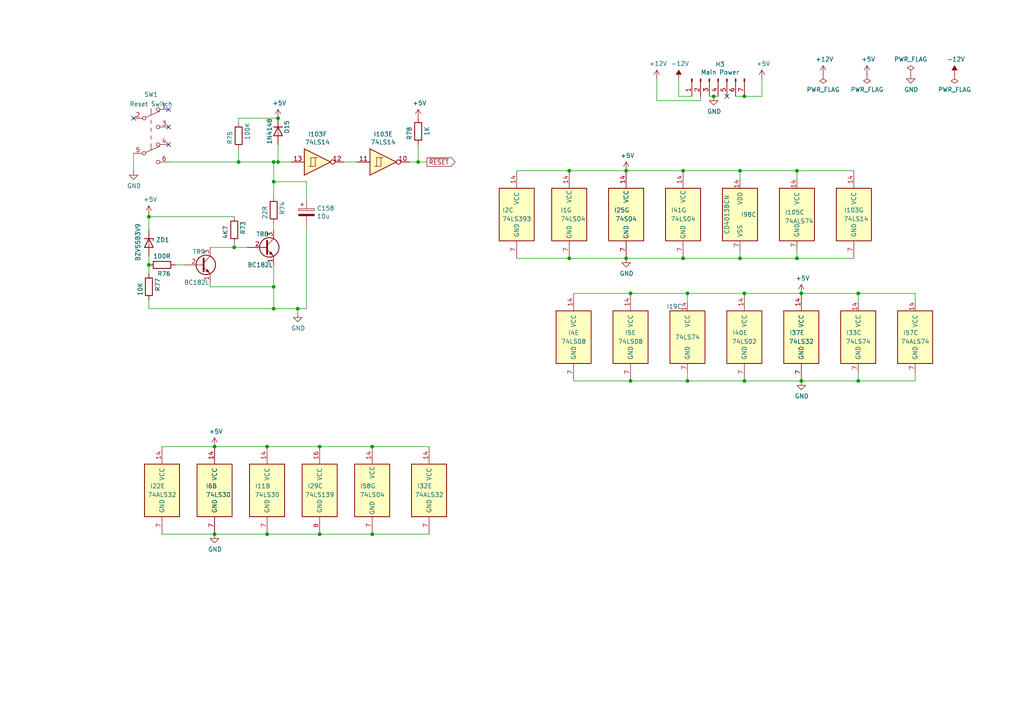
<source format=kicad_sch>
(kicad_sch (version 20211123) (generator eeschema)

  (uuid 1aec843b-19a3-464f-95d8-f41d1700a83b)

  (paper "A4")

  (title_block
    (title "Power Sources and Reset Circuitry")
    (date "2022-06-08")
    (rev "0.2")
    (company "DragonPlus Electronics")
    (comment 1 "John Whitworth")
    (comment 3 "including Richard Harding's Dragon Beta PCB images.")
    (comment 4 "Reverse Engineering of Dragon Beta from various sources")
  )

  (lib_symbols
    (symbol "4xxx:4013" (pin_names (offset 1.016)) (in_bom yes) (on_board yes)
      (property "Reference" "U" (id 0) (at -7.62 8.89 0)
        (effects (font (size 1.27 1.27)))
      )
      (property "Value" "4013" (id 1) (at -7.62 -8.89 0)
        (effects (font (size 1.27 1.27)))
      )
      (property "Footprint" "" (id 2) (at 0 0 0)
        (effects (font (size 1.27 1.27)) hide)
      )
      (property "Datasheet" "http://www.onsemi.com/pub/Collateral/MC14013B-D.PDF" (id 3) (at 0 0 0)
        (effects (font (size 1.27 1.27)) hide)
      )
      (property "ki_locked" "" (id 4) (at 0 0 0)
        (effects (font (size 1.27 1.27)))
      )
      (property "ki_keywords" "CMOS DFF" (id 5) (at 0 0 0)
        (effects (font (size 1.27 1.27)) hide)
      )
      (property "ki_description" "Dual D  FlipFlop, Set & reset" (id 6) (at 0 0 0)
        (effects (font (size 1.27 1.27)) hide)
      )
      (property "ki_fp_filters" "DIP*W7.62mm* SOIC*3.9x9.9mm*P1.27mm* TSSOP*4.4x5mm*P0.65mm*" (id 7) (at 0 0 0)
        (effects (font (size 1.27 1.27)) hide)
      )
      (symbol "4013_1_1"
        (rectangle (start -5.08 5.08) (end 5.08 -5.08)
          (stroke (width 0.254) (type default) (color 0 0 0 0))
          (fill (type background))
        )
        (pin output line (at 7.62 2.54 180) (length 2.54)
          (name "Q" (effects (font (size 1.27 1.27))))
          (number "1" (effects (font (size 1.27 1.27))))
        )
        (pin output line (at 7.62 -2.54 180) (length 2.54)
          (name "~{Q}" (effects (font (size 1.27 1.27))))
          (number "2" (effects (font (size 1.27 1.27))))
        )
        (pin input clock (at -7.62 0 0) (length 2.54)
          (name "C" (effects (font (size 1.27 1.27))))
          (number "3" (effects (font (size 1.27 1.27))))
        )
        (pin input line (at 0 -7.62 90) (length 2.54)
          (name "R" (effects (font (size 1.27 1.27))))
          (number "4" (effects (font (size 1.27 1.27))))
        )
        (pin input line (at -7.62 2.54 0) (length 2.54)
          (name "D" (effects (font (size 1.27 1.27))))
          (number "5" (effects (font (size 1.27 1.27))))
        )
        (pin input line (at 0 7.62 270) (length 2.54)
          (name "S" (effects (font (size 1.27 1.27))))
          (number "6" (effects (font (size 1.27 1.27))))
        )
      )
      (symbol "4013_2_1"
        (rectangle (start -5.08 5.08) (end 5.08 -5.08)
          (stroke (width 0.254) (type default) (color 0 0 0 0))
          (fill (type background))
        )
        (pin input line (at 0 -7.62 90) (length 2.54)
          (name "R" (effects (font (size 1.27 1.27))))
          (number "10" (effects (font (size 1.27 1.27))))
        )
        (pin input clock (at -7.62 0 0) (length 2.54)
          (name "C" (effects (font (size 1.27 1.27))))
          (number "11" (effects (font (size 1.27 1.27))))
        )
        (pin output line (at 7.62 -2.54 180) (length 2.54)
          (name "~{Q}" (effects (font (size 1.27 1.27))))
          (number "12" (effects (font (size 1.27 1.27))))
        )
        (pin output line (at 7.62 2.54 180) (length 2.54)
          (name "Q" (effects (font (size 1.27 1.27))))
          (number "13" (effects (font (size 1.27 1.27))))
        )
        (pin input line (at 0 7.62 270) (length 2.54)
          (name "S" (effects (font (size 1.27 1.27))))
          (number "8" (effects (font (size 1.27 1.27))))
        )
        (pin input line (at -7.62 2.54 0) (length 2.54)
          (name "D" (effects (font (size 1.27 1.27))))
          (number "9" (effects (font (size 1.27 1.27))))
        )
      )
      (symbol "4013_3_0"
        (pin power_in line (at 0 10.16 270) (length 2.54)
          (name "VDD" (effects (font (size 1.27 1.27))))
          (number "14" (effects (font (size 1.27 1.27))))
        )
        (pin power_in line (at 0 -10.16 90) (length 2.54)
          (name "VSS" (effects (font (size 1.27 1.27))))
          (number "7" (effects (font (size 1.27 1.27))))
        )
      )
      (symbol "4013_3_1"
        (rectangle (start -5.08 7.62) (end 5.08 -7.62)
          (stroke (width 0.254) (type default) (color 0 0 0 0))
          (fill (type background))
        )
      )
    )
    (symbol "74xx:74LS02" (pin_names (offset 1.016)) (in_bom yes) (on_board yes)
      (property "Reference" "U" (id 0) (at 0 1.27 0)
        (effects (font (size 1.27 1.27)))
      )
      (property "Value" "74LS02" (id 1) (at 0 -1.27 0)
        (effects (font (size 1.27 1.27)))
      )
      (property "Footprint" "" (id 2) (at 0 0 0)
        (effects (font (size 1.27 1.27)) hide)
      )
      (property "Datasheet" "http://www.ti.com/lit/gpn/sn74ls02" (id 3) (at 0 0 0)
        (effects (font (size 1.27 1.27)) hide)
      )
      (property "ki_locked" "" (id 4) (at 0 0 0)
        (effects (font (size 1.27 1.27)))
      )
      (property "ki_keywords" "TTL Nor2" (id 5) (at 0 0 0)
        (effects (font (size 1.27 1.27)) hide)
      )
      (property "ki_description" "quad 2-input NOR gate" (id 6) (at 0 0 0)
        (effects (font (size 1.27 1.27)) hide)
      )
      (property "ki_fp_filters" "SO14* DIP*W7.62mm*" (id 7) (at 0 0 0)
        (effects (font (size 1.27 1.27)) hide)
      )
      (symbol "74LS02_1_1"
        (arc (start -3.81 -3.81) (mid -2.589 0) (end -3.81 3.81)
          (stroke (width 0.254) (type default) (color 0 0 0 0))
          (fill (type none))
        )
        (arc (start -0.6096 -3.81) (mid 2.1855 -2.584) (end 3.81 0)
          (stroke (width 0.254) (type default) (color 0 0 0 0))
          (fill (type background))
        )
        (polyline
          (pts
            (xy -3.81 -3.81)
            (xy -0.635 -3.81)
          )
          (stroke (width 0.254) (type default) (color 0 0 0 0))
          (fill (type background))
        )
        (polyline
          (pts
            (xy -3.81 3.81)
            (xy -0.635 3.81)
          )
          (stroke (width 0.254) (type default) (color 0 0 0 0))
          (fill (type background))
        )
        (polyline
          (pts
            (xy -0.635 3.81)
            (xy -3.81 3.81)
            (xy -3.81 3.81)
            (xy -3.556 3.4036)
            (xy -3.0226 2.2606)
            (xy -2.6924 1.0414)
            (xy -2.6162 -0.254)
            (xy -2.7686 -1.4986)
            (xy -3.175 -2.7178)
            (xy -3.81 -3.81)
            (xy -3.81 -3.81)
            (xy -0.635 -3.81)
          )
          (stroke (width -25.4) (type default) (color 0 0 0 0))
          (fill (type background))
        )
        (arc (start 3.81 0) (mid 2.1928 2.5925) (end -0.6096 3.81)
          (stroke (width 0.254) (type default) (color 0 0 0 0))
          (fill (type background))
        )
        (pin output inverted (at 7.62 0 180) (length 3.81)
          (name "~" (effects (font (size 1.27 1.27))))
          (number "1" (effects (font (size 1.27 1.27))))
        )
        (pin input line (at -7.62 2.54 0) (length 4.318)
          (name "~" (effects (font (size 1.27 1.27))))
          (number "2" (effects (font (size 1.27 1.27))))
        )
        (pin input line (at -7.62 -2.54 0) (length 4.318)
          (name "~" (effects (font (size 1.27 1.27))))
          (number "3" (effects (font (size 1.27 1.27))))
        )
      )
      (symbol "74LS02_1_2"
        (arc (start 0 -3.81) (mid 3.81 0) (end 0 3.81)
          (stroke (width 0.254) (type default) (color 0 0 0 0))
          (fill (type background))
        )
        (polyline
          (pts
            (xy 0 3.81)
            (xy -3.81 3.81)
            (xy -3.81 -3.81)
            (xy 0 -3.81)
          )
          (stroke (width 0.254) (type default) (color 0 0 0 0))
          (fill (type background))
        )
        (pin output line (at 7.62 0 180) (length 3.81)
          (name "~" (effects (font (size 1.27 1.27))))
          (number "1" (effects (font (size 1.27 1.27))))
        )
        (pin input inverted (at -7.62 2.54 0) (length 3.81)
          (name "~" (effects (font (size 1.27 1.27))))
          (number "2" (effects (font (size 1.27 1.27))))
        )
        (pin input inverted (at -7.62 -2.54 0) (length 3.81)
          (name "~" (effects (font (size 1.27 1.27))))
          (number "3" (effects (font (size 1.27 1.27))))
        )
      )
      (symbol "74LS02_2_1"
        (arc (start -3.81 -3.81) (mid -2.589 0) (end -3.81 3.81)
          (stroke (width 0.254) (type default) (color 0 0 0 0))
          (fill (type none))
        )
        (arc (start -0.6096 -3.81) (mid 2.1855 -2.584) (end 3.81 0)
          (stroke (width 0.254) (type default) (color 0 0 0 0))
          (fill (type background))
        )
        (polyline
          (pts
            (xy -3.81 -3.81)
            (xy -0.635 -3.81)
          )
          (stroke (width 0.254) (type default) (color 0 0 0 0))
          (fill (type background))
        )
        (polyline
          (pts
            (xy -3.81 3.81)
            (xy -0.635 3.81)
          )
          (stroke (width 0.254) (type default) (color 0 0 0 0))
          (fill (type background))
        )
        (polyline
          (pts
            (xy -0.635 3.81)
            (xy -3.81 3.81)
            (xy -3.81 3.81)
            (xy -3.556 3.4036)
            (xy -3.0226 2.2606)
            (xy -2.6924 1.0414)
            (xy -2.6162 -0.254)
            (xy -2.7686 -1.4986)
            (xy -3.175 -2.7178)
            (xy -3.81 -3.81)
            (xy -3.81 -3.81)
            (xy -0.635 -3.81)
          )
          (stroke (width -25.4) (type default) (color 0 0 0 0))
          (fill (type background))
        )
        (arc (start 3.81 0) (mid 2.1928 2.5925) (end -0.6096 3.81)
          (stroke (width 0.254) (type default) (color 0 0 0 0))
          (fill (type background))
        )
        (pin output inverted (at 7.62 0 180) (length 3.81)
          (name "~" (effects (font (size 1.27 1.27))))
          (number "4" (effects (font (size 1.27 1.27))))
        )
        (pin input line (at -7.62 2.54 0) (length 4.318)
          (name "~" (effects (font (size 1.27 1.27))))
          (number "5" (effects (font (size 1.27 1.27))))
        )
        (pin input line (at -7.62 -2.54 0) (length 4.318)
          (name "~" (effects (font (size 1.27 1.27))))
          (number "6" (effects (font (size 1.27 1.27))))
        )
      )
      (symbol "74LS02_2_2"
        (arc (start 0 -3.81) (mid 3.81 0) (end 0 3.81)
          (stroke (width 0.254) (type default) (color 0 0 0 0))
          (fill (type background))
        )
        (polyline
          (pts
            (xy 0 3.81)
            (xy -3.81 3.81)
            (xy -3.81 -3.81)
            (xy 0 -3.81)
          )
          (stroke (width 0.254) (type default) (color 0 0 0 0))
          (fill (type background))
        )
        (pin output line (at 7.62 0 180) (length 3.81)
          (name "~" (effects (font (size 1.27 1.27))))
          (number "4" (effects (font (size 1.27 1.27))))
        )
        (pin input inverted (at -7.62 2.54 0) (length 3.81)
          (name "~" (effects (font (size 1.27 1.27))))
          (number "5" (effects (font (size 1.27 1.27))))
        )
        (pin input inverted (at -7.62 -2.54 0) (length 3.81)
          (name "~" (effects (font (size 1.27 1.27))))
          (number "6" (effects (font (size 1.27 1.27))))
        )
      )
      (symbol "74LS02_3_1"
        (arc (start -3.81 -3.81) (mid -2.589 0) (end -3.81 3.81)
          (stroke (width 0.254) (type default) (color 0 0 0 0))
          (fill (type none))
        )
        (arc (start -0.6096 -3.81) (mid 2.1855 -2.584) (end 3.81 0)
          (stroke (width 0.254) (type default) (color 0 0 0 0))
          (fill (type background))
        )
        (polyline
          (pts
            (xy -3.81 -3.81)
            (xy -0.635 -3.81)
          )
          (stroke (width 0.254) (type default) (color 0 0 0 0))
          (fill (type background))
        )
        (polyline
          (pts
            (xy -3.81 3.81)
            (xy -0.635 3.81)
          )
          (stroke (width 0.254) (type default) (color 0 0 0 0))
          (fill (type background))
        )
        (polyline
          (pts
            (xy -0.635 3.81)
            (xy -3.81 3.81)
            (xy -3.81 3.81)
            (xy -3.556 3.4036)
            (xy -3.0226 2.2606)
            (xy -2.6924 1.0414)
            (xy -2.6162 -0.254)
            (xy -2.7686 -1.4986)
            (xy -3.175 -2.7178)
            (xy -3.81 -3.81)
            (xy -3.81 -3.81)
            (xy -0.635 -3.81)
          )
          (stroke (width -25.4) (type default) (color 0 0 0 0))
          (fill (type background))
        )
        (arc (start 3.81 0) (mid 2.1928 2.5925) (end -0.6096 3.81)
          (stroke (width 0.254) (type default) (color 0 0 0 0))
          (fill (type background))
        )
        (pin output inverted (at 7.62 0 180) (length 3.81)
          (name "~" (effects (font (size 1.27 1.27))))
          (number "10" (effects (font (size 1.27 1.27))))
        )
        (pin input line (at -7.62 2.54 0) (length 4.318)
          (name "~" (effects (font (size 1.27 1.27))))
          (number "8" (effects (font (size 1.27 1.27))))
        )
        (pin input line (at -7.62 -2.54 0) (length 4.318)
          (name "~" (effects (font (size 1.27 1.27))))
          (number "9" (effects (font (size 1.27 1.27))))
        )
      )
      (symbol "74LS02_3_2"
        (arc (start 0 -3.81) (mid 3.81 0) (end 0 3.81)
          (stroke (width 0.254) (type default) (color 0 0 0 0))
          (fill (type background))
        )
        (polyline
          (pts
            (xy 0 3.81)
            (xy -3.81 3.81)
            (xy -3.81 -3.81)
            (xy 0 -3.81)
          )
          (stroke (width 0.254) (type default) (color 0 0 0 0))
          (fill (type background))
        )
        (pin output line (at 7.62 0 180) (length 3.81)
          (name "~" (effects (font (size 1.27 1.27))))
          (number "10" (effects (font (size 1.27 1.27))))
        )
        (pin input inverted (at -7.62 2.54 0) (length 3.81)
          (name "~" (effects (font (size 1.27 1.27))))
          (number "8" (effects (font (size 1.27 1.27))))
        )
        (pin input inverted (at -7.62 -2.54 0) (length 3.81)
          (name "~" (effects (font (size 1.27 1.27))))
          (number "9" (effects (font (size 1.27 1.27))))
        )
      )
      (symbol "74LS02_4_1"
        (arc (start -3.81 -3.81) (mid -2.589 0) (end -3.81 3.81)
          (stroke (width 0.254) (type default) (color 0 0 0 0))
          (fill (type none))
        )
        (arc (start -0.6096 -3.81) (mid 2.1855 -2.584) (end 3.81 0)
          (stroke (width 0.254) (type default) (color 0 0 0 0))
          (fill (type background))
        )
        (polyline
          (pts
            (xy -3.81 -3.81)
            (xy -0.635 -3.81)
          )
          (stroke (width 0.254) (type default) (color 0 0 0 0))
          (fill (type background))
        )
        (polyline
          (pts
            (xy -3.81 3.81)
            (xy -0.635 3.81)
          )
          (stroke (width 0.254) (type default) (color 0 0 0 0))
          (fill (type background))
        )
        (polyline
          (pts
            (xy -0.635 3.81)
            (xy -3.81 3.81)
            (xy -3.81 3.81)
            (xy -3.556 3.4036)
            (xy -3.0226 2.2606)
            (xy -2.6924 1.0414)
            (xy -2.6162 -0.254)
            (xy -2.7686 -1.4986)
            (xy -3.175 -2.7178)
            (xy -3.81 -3.81)
            (xy -3.81 -3.81)
            (xy -0.635 -3.81)
          )
          (stroke (width -25.4) (type default) (color 0 0 0 0))
          (fill (type background))
        )
        (arc (start 3.81 0) (mid 2.1928 2.5925) (end -0.6096 3.81)
          (stroke (width 0.254) (type default) (color 0 0 0 0))
          (fill (type background))
        )
        (pin input line (at -7.62 2.54 0) (length 4.318)
          (name "~" (effects (font (size 1.27 1.27))))
          (number "11" (effects (font (size 1.27 1.27))))
        )
        (pin input line (at -7.62 -2.54 0) (length 4.318)
          (name "~" (effects (font (size 1.27 1.27))))
          (number "12" (effects (font (size 1.27 1.27))))
        )
        (pin output inverted (at 7.62 0 180) (length 3.81)
          (name "~" (effects (font (size 1.27 1.27))))
          (number "13" (effects (font (size 1.27 1.27))))
        )
      )
      (symbol "74LS02_4_2"
        (arc (start 0 -3.81) (mid 3.81 0) (end 0 3.81)
          (stroke (width 0.254) (type default) (color 0 0 0 0))
          (fill (type background))
        )
        (polyline
          (pts
            (xy 0 3.81)
            (xy -3.81 3.81)
            (xy -3.81 -3.81)
            (xy 0 -3.81)
          )
          (stroke (width 0.254) (type default) (color 0 0 0 0))
          (fill (type background))
        )
        (pin input inverted (at -7.62 2.54 0) (length 3.81)
          (name "~" (effects (font (size 1.27 1.27))))
          (number "11" (effects (font (size 1.27 1.27))))
        )
        (pin input inverted (at -7.62 -2.54 0) (length 3.81)
          (name "~" (effects (font (size 1.27 1.27))))
          (number "12" (effects (font (size 1.27 1.27))))
        )
        (pin output line (at 7.62 0 180) (length 3.81)
          (name "~" (effects (font (size 1.27 1.27))))
          (number "13" (effects (font (size 1.27 1.27))))
        )
      )
      (symbol "74LS02_5_0"
        (pin power_in line (at 0 12.7 270) (length 5.08)
          (name "VCC" (effects (font (size 1.27 1.27))))
          (number "14" (effects (font (size 1.27 1.27))))
        )
        (pin power_in line (at 0 -12.7 90) (length 5.08)
          (name "GND" (effects (font (size 1.27 1.27))))
          (number "7" (effects (font (size 1.27 1.27))))
        )
      )
      (symbol "74LS02_5_1"
        (rectangle (start -5.08 7.62) (end 5.08 -7.62)
          (stroke (width 0.254) (type default) (color 0 0 0 0))
          (fill (type background))
        )
      )
    )
    (symbol "74xx:74LS04" (in_bom yes) (on_board yes)
      (property "Reference" "U" (id 0) (at 0 1.27 0)
        (effects (font (size 1.27 1.27)))
      )
      (property "Value" "74LS04" (id 1) (at 0 -1.27 0)
        (effects (font (size 1.27 1.27)))
      )
      (property "Footprint" "" (id 2) (at 0 0 0)
        (effects (font (size 1.27 1.27)) hide)
      )
      (property "Datasheet" "http://www.ti.com/lit/gpn/sn74LS04" (id 3) (at 0 0 0)
        (effects (font (size 1.27 1.27)) hide)
      )
      (property "ki_locked" "" (id 4) (at 0 0 0)
        (effects (font (size 1.27 1.27)))
      )
      (property "ki_keywords" "TTL not inv" (id 5) (at 0 0 0)
        (effects (font (size 1.27 1.27)) hide)
      )
      (property "ki_description" "Hex Inverter" (id 6) (at 0 0 0)
        (effects (font (size 1.27 1.27)) hide)
      )
      (property "ki_fp_filters" "DIP*W7.62mm* SSOP?14* TSSOP?14*" (id 7) (at 0 0 0)
        (effects (font (size 1.27 1.27)) hide)
      )
      (symbol "74LS04_1_0"
        (polyline
          (pts
            (xy -3.81 3.81)
            (xy -3.81 -3.81)
            (xy 3.81 0)
            (xy -3.81 3.81)
          )
          (stroke (width 0.254) (type default) (color 0 0 0 0))
          (fill (type background))
        )
        (pin input line (at -7.62 0 0) (length 3.81)
          (name "~" (effects (font (size 1.27 1.27))))
          (number "1" (effects (font (size 1.27 1.27))))
        )
        (pin output inverted (at 7.62 0 180) (length 3.81)
          (name "~" (effects (font (size 1.27 1.27))))
          (number "2" (effects (font (size 1.27 1.27))))
        )
      )
      (symbol "74LS04_2_0"
        (polyline
          (pts
            (xy -3.81 3.81)
            (xy -3.81 -3.81)
            (xy 3.81 0)
            (xy -3.81 3.81)
          )
          (stroke (width 0.254) (type default) (color 0 0 0 0))
          (fill (type background))
        )
        (pin input line (at -7.62 0 0) (length 3.81)
          (name "~" (effects (font (size 1.27 1.27))))
          (number "3" (effects (font (size 1.27 1.27))))
        )
        (pin output inverted (at 7.62 0 180) (length 3.81)
          (name "~" (effects (font (size 1.27 1.27))))
          (number "4" (effects (font (size 1.27 1.27))))
        )
      )
      (symbol "74LS04_3_0"
        (polyline
          (pts
            (xy -3.81 3.81)
            (xy -3.81 -3.81)
            (xy 3.81 0)
            (xy -3.81 3.81)
          )
          (stroke (width 0.254) (type default) (color 0 0 0 0))
          (fill (type background))
        )
        (pin input line (at -7.62 0 0) (length 3.81)
          (name "~" (effects (font (size 1.27 1.27))))
          (number "5" (effects (font (size 1.27 1.27))))
        )
        (pin output inverted (at 7.62 0 180) (length 3.81)
          (name "~" (effects (font (size 1.27 1.27))))
          (number "6" (effects (font (size 1.27 1.27))))
        )
      )
      (symbol "74LS04_4_0"
        (polyline
          (pts
            (xy -3.81 3.81)
            (xy -3.81 -3.81)
            (xy 3.81 0)
            (xy -3.81 3.81)
          )
          (stroke (width 0.254) (type default) (color 0 0 0 0))
          (fill (type background))
        )
        (pin output inverted (at 7.62 0 180) (length 3.81)
          (name "~" (effects (font (size 1.27 1.27))))
          (number "8" (effects (font (size 1.27 1.27))))
        )
        (pin input line (at -7.62 0 0) (length 3.81)
          (name "~" (effects (font (size 1.27 1.27))))
          (number "9" (effects (font (size 1.27 1.27))))
        )
      )
      (symbol "74LS04_5_0"
        (polyline
          (pts
            (xy -3.81 3.81)
            (xy -3.81 -3.81)
            (xy 3.81 0)
            (xy -3.81 3.81)
          )
          (stroke (width 0.254) (type default) (color 0 0 0 0))
          (fill (type background))
        )
        (pin output inverted (at 7.62 0 180) (length 3.81)
          (name "~" (effects (font (size 1.27 1.27))))
          (number "10" (effects (font (size 1.27 1.27))))
        )
        (pin input line (at -7.62 0 0) (length 3.81)
          (name "~" (effects (font (size 1.27 1.27))))
          (number "11" (effects (font (size 1.27 1.27))))
        )
      )
      (symbol "74LS04_6_0"
        (polyline
          (pts
            (xy -3.81 3.81)
            (xy -3.81 -3.81)
            (xy 3.81 0)
            (xy -3.81 3.81)
          )
          (stroke (width 0.254) (type default) (color 0 0 0 0))
          (fill (type background))
        )
        (pin output inverted (at 7.62 0 180) (length 3.81)
          (name "~" (effects (font (size 1.27 1.27))))
          (number "12" (effects (font (size 1.27 1.27))))
        )
        (pin input line (at -7.62 0 0) (length 3.81)
          (name "~" (effects (font (size 1.27 1.27))))
          (number "13" (effects (font (size 1.27 1.27))))
        )
      )
      (symbol "74LS04_7_0"
        (pin power_in line (at 0 12.7 270) (length 5.08)
          (name "VCC" (effects (font (size 1.27 1.27))))
          (number "14" (effects (font (size 1.27 1.27))))
        )
        (pin power_in line (at 0 -12.7 90) (length 5.08)
          (name "GND" (effects (font (size 1.27 1.27))))
          (number "7" (effects (font (size 1.27 1.27))))
        )
      )
      (symbol "74LS04_7_1"
        (rectangle (start -5.08 7.62) (end 5.08 -7.62)
          (stroke (width 0.254) (type default) (color 0 0 0 0))
          (fill (type background))
        )
      )
    )
    (symbol "74xx:74LS08" (pin_names (offset 1.016)) (in_bom yes) (on_board yes)
      (property "Reference" "U" (id 0) (at 0 1.27 0)
        (effects (font (size 1.27 1.27)))
      )
      (property "Value" "74LS08" (id 1) (at 0 -1.27 0)
        (effects (font (size 1.27 1.27)))
      )
      (property "Footprint" "" (id 2) (at 0 0 0)
        (effects (font (size 1.27 1.27)) hide)
      )
      (property "Datasheet" "http://www.ti.com/lit/gpn/sn74LS08" (id 3) (at 0 0 0)
        (effects (font (size 1.27 1.27)) hide)
      )
      (property "ki_locked" "" (id 4) (at 0 0 0)
        (effects (font (size 1.27 1.27)))
      )
      (property "ki_keywords" "TTL and2" (id 5) (at 0 0 0)
        (effects (font (size 1.27 1.27)) hide)
      )
      (property "ki_description" "Quad And2" (id 6) (at 0 0 0)
        (effects (font (size 1.27 1.27)) hide)
      )
      (property "ki_fp_filters" "DIP*W7.62mm*" (id 7) (at 0 0 0)
        (effects (font (size 1.27 1.27)) hide)
      )
      (symbol "74LS08_1_1"
        (arc (start 0 -3.81) (mid 3.81 0) (end 0 3.81)
          (stroke (width 0.254) (type default) (color 0 0 0 0))
          (fill (type background))
        )
        (polyline
          (pts
            (xy 0 3.81)
            (xy -3.81 3.81)
            (xy -3.81 -3.81)
            (xy 0 -3.81)
          )
          (stroke (width 0.254) (type default) (color 0 0 0 0))
          (fill (type background))
        )
        (pin input line (at -7.62 2.54 0) (length 3.81)
          (name "~" (effects (font (size 1.27 1.27))))
          (number "1" (effects (font (size 1.27 1.27))))
        )
        (pin input line (at -7.62 -2.54 0) (length 3.81)
          (name "~" (effects (font (size 1.27 1.27))))
          (number "2" (effects (font (size 1.27 1.27))))
        )
        (pin output line (at 7.62 0 180) (length 3.81)
          (name "~" (effects (font (size 1.27 1.27))))
          (number "3" (effects (font (size 1.27 1.27))))
        )
      )
      (symbol "74LS08_1_2"
        (arc (start -3.81 -3.81) (mid -2.589 0) (end -3.81 3.81)
          (stroke (width 0.254) (type default) (color 0 0 0 0))
          (fill (type none))
        )
        (arc (start -0.6096 -3.81) (mid 2.1855 -2.584) (end 3.81 0)
          (stroke (width 0.254) (type default) (color 0 0 0 0))
          (fill (type background))
        )
        (polyline
          (pts
            (xy -3.81 -3.81)
            (xy -0.635 -3.81)
          )
          (stroke (width 0.254) (type default) (color 0 0 0 0))
          (fill (type background))
        )
        (polyline
          (pts
            (xy -3.81 3.81)
            (xy -0.635 3.81)
          )
          (stroke (width 0.254) (type default) (color 0 0 0 0))
          (fill (type background))
        )
        (polyline
          (pts
            (xy -0.635 3.81)
            (xy -3.81 3.81)
            (xy -3.81 3.81)
            (xy -3.556 3.4036)
            (xy -3.0226 2.2606)
            (xy -2.6924 1.0414)
            (xy -2.6162 -0.254)
            (xy -2.7686 -1.4986)
            (xy -3.175 -2.7178)
            (xy -3.81 -3.81)
            (xy -3.81 -3.81)
            (xy -0.635 -3.81)
          )
          (stroke (width -25.4) (type default) (color 0 0 0 0))
          (fill (type background))
        )
        (arc (start 3.81 0) (mid 2.1928 2.5925) (end -0.6096 3.81)
          (stroke (width 0.254) (type default) (color 0 0 0 0))
          (fill (type background))
        )
        (pin input inverted (at -7.62 2.54 0) (length 4.318)
          (name "~" (effects (font (size 1.27 1.27))))
          (number "1" (effects (font (size 1.27 1.27))))
        )
        (pin input inverted (at -7.62 -2.54 0) (length 4.318)
          (name "~" (effects (font (size 1.27 1.27))))
          (number "2" (effects (font (size 1.27 1.27))))
        )
        (pin output inverted (at 7.62 0 180) (length 3.81)
          (name "~" (effects (font (size 1.27 1.27))))
          (number "3" (effects (font (size 1.27 1.27))))
        )
      )
      (symbol "74LS08_2_1"
        (arc (start 0 -3.81) (mid 3.81 0) (end 0 3.81)
          (stroke (width 0.254) (type default) (color 0 0 0 0))
          (fill (type background))
        )
        (polyline
          (pts
            (xy 0 3.81)
            (xy -3.81 3.81)
            (xy -3.81 -3.81)
            (xy 0 -3.81)
          )
          (stroke (width 0.254) (type default) (color 0 0 0 0))
          (fill (type background))
        )
        (pin input line (at -7.62 2.54 0) (length 3.81)
          (name "~" (effects (font (size 1.27 1.27))))
          (number "4" (effects (font (size 1.27 1.27))))
        )
        (pin input line (at -7.62 -2.54 0) (length 3.81)
          (name "~" (effects (font (size 1.27 1.27))))
          (number "5" (effects (font (size 1.27 1.27))))
        )
        (pin output line (at 7.62 0 180) (length 3.81)
          (name "~" (effects (font (size 1.27 1.27))))
          (number "6" (effects (font (size 1.27 1.27))))
        )
      )
      (symbol "74LS08_2_2"
        (arc (start -3.81 -3.81) (mid -2.589 0) (end -3.81 3.81)
          (stroke (width 0.254) (type default) (color 0 0 0 0))
          (fill (type none))
        )
        (arc (start -0.6096 -3.81) (mid 2.1855 -2.584) (end 3.81 0)
          (stroke (width 0.254) (type default) (color 0 0 0 0))
          (fill (type background))
        )
        (polyline
          (pts
            (xy -3.81 -3.81)
            (xy -0.635 -3.81)
          )
          (stroke (width 0.254) (type default) (color 0 0 0 0))
          (fill (type background))
        )
        (polyline
          (pts
            (xy -3.81 3.81)
            (xy -0.635 3.81)
          )
          (stroke (width 0.254) (type default) (color 0 0 0 0))
          (fill (type background))
        )
        (polyline
          (pts
            (xy -0.635 3.81)
            (xy -3.81 3.81)
            (xy -3.81 3.81)
            (xy -3.556 3.4036)
            (xy -3.0226 2.2606)
            (xy -2.6924 1.0414)
            (xy -2.6162 -0.254)
            (xy -2.7686 -1.4986)
            (xy -3.175 -2.7178)
            (xy -3.81 -3.81)
            (xy -3.81 -3.81)
            (xy -0.635 -3.81)
          )
          (stroke (width -25.4) (type default) (color 0 0 0 0))
          (fill (type background))
        )
        (arc (start 3.81 0) (mid 2.1928 2.5925) (end -0.6096 3.81)
          (stroke (width 0.254) (type default) (color 0 0 0 0))
          (fill (type background))
        )
        (pin input inverted (at -7.62 2.54 0) (length 4.318)
          (name "~" (effects (font (size 1.27 1.27))))
          (number "4" (effects (font (size 1.27 1.27))))
        )
        (pin input inverted (at -7.62 -2.54 0) (length 4.318)
          (name "~" (effects (font (size 1.27 1.27))))
          (number "5" (effects (font (size 1.27 1.27))))
        )
        (pin output inverted (at 7.62 0 180) (length 3.81)
          (name "~" (effects (font (size 1.27 1.27))))
          (number "6" (effects (font (size 1.27 1.27))))
        )
      )
      (symbol "74LS08_3_1"
        (arc (start 0 -3.81) (mid 3.81 0) (end 0 3.81)
          (stroke (width 0.254) (type default) (color 0 0 0 0))
          (fill (type background))
        )
        (polyline
          (pts
            (xy 0 3.81)
            (xy -3.81 3.81)
            (xy -3.81 -3.81)
            (xy 0 -3.81)
          )
          (stroke (width 0.254) (type default) (color 0 0 0 0))
          (fill (type background))
        )
        (pin input line (at -7.62 -2.54 0) (length 3.81)
          (name "~" (effects (font (size 1.27 1.27))))
          (number "10" (effects (font (size 1.27 1.27))))
        )
        (pin output line (at 7.62 0 180) (length 3.81)
          (name "~" (effects (font (size 1.27 1.27))))
          (number "8" (effects (font (size 1.27 1.27))))
        )
        (pin input line (at -7.62 2.54 0) (length 3.81)
          (name "~" (effects (font (size 1.27 1.27))))
          (number "9" (effects (font (size 1.27 1.27))))
        )
      )
      (symbol "74LS08_3_2"
        (arc (start -3.81 -3.81) (mid -2.589 0) (end -3.81 3.81)
          (stroke (width 0.254) (type default) (color 0 0 0 0))
          (fill (type none))
        )
        (arc (start -0.6096 -3.81) (mid 2.1855 -2.584) (end 3.81 0)
          (stroke (width 0.254) (type default) (color 0 0 0 0))
          (fill (type background))
        )
        (polyline
          (pts
            (xy -3.81 -3.81)
            (xy -0.635 -3.81)
          )
          (stroke (width 0.254) (type default) (color 0 0 0 0))
          (fill (type background))
        )
        (polyline
          (pts
            (xy -3.81 3.81)
            (xy -0.635 3.81)
          )
          (stroke (width 0.254) (type default) (color 0 0 0 0))
          (fill (type background))
        )
        (polyline
          (pts
            (xy -0.635 3.81)
            (xy -3.81 3.81)
            (xy -3.81 3.81)
            (xy -3.556 3.4036)
            (xy -3.0226 2.2606)
            (xy -2.6924 1.0414)
            (xy -2.6162 -0.254)
            (xy -2.7686 -1.4986)
            (xy -3.175 -2.7178)
            (xy -3.81 -3.81)
            (xy -3.81 -3.81)
            (xy -0.635 -3.81)
          )
          (stroke (width -25.4) (type default) (color 0 0 0 0))
          (fill (type background))
        )
        (arc (start 3.81 0) (mid 2.1928 2.5925) (end -0.6096 3.81)
          (stroke (width 0.254) (type default) (color 0 0 0 0))
          (fill (type background))
        )
        (pin input inverted (at -7.62 -2.54 0) (length 4.318)
          (name "~" (effects (font (size 1.27 1.27))))
          (number "10" (effects (font (size 1.27 1.27))))
        )
        (pin output inverted (at 7.62 0 180) (length 3.81)
          (name "~" (effects (font (size 1.27 1.27))))
          (number "8" (effects (font (size 1.27 1.27))))
        )
        (pin input inverted (at -7.62 2.54 0) (length 4.318)
          (name "~" (effects (font (size 1.27 1.27))))
          (number "9" (effects (font (size 1.27 1.27))))
        )
      )
      (symbol "74LS08_4_1"
        (arc (start 0 -3.81) (mid 3.81 0) (end 0 3.81)
          (stroke (width 0.254) (type default) (color 0 0 0 0))
          (fill (type background))
        )
        (polyline
          (pts
            (xy 0 3.81)
            (xy -3.81 3.81)
            (xy -3.81 -3.81)
            (xy 0 -3.81)
          )
          (stroke (width 0.254) (type default) (color 0 0 0 0))
          (fill (type background))
        )
        (pin output line (at 7.62 0 180) (length 3.81)
          (name "~" (effects (font (size 1.27 1.27))))
          (number "11" (effects (font (size 1.27 1.27))))
        )
        (pin input line (at -7.62 2.54 0) (length 3.81)
          (name "~" (effects (font (size 1.27 1.27))))
          (number "12" (effects (font (size 1.27 1.27))))
        )
        (pin input line (at -7.62 -2.54 0) (length 3.81)
          (name "~" (effects (font (size 1.27 1.27))))
          (number "13" (effects (font (size 1.27 1.27))))
        )
      )
      (symbol "74LS08_4_2"
        (arc (start -3.81 -3.81) (mid -2.589 0) (end -3.81 3.81)
          (stroke (width 0.254) (type default) (color 0 0 0 0))
          (fill (type none))
        )
        (arc (start -0.6096 -3.81) (mid 2.1855 -2.584) (end 3.81 0)
          (stroke (width 0.254) (type default) (color 0 0 0 0))
          (fill (type background))
        )
        (polyline
          (pts
            (xy -3.81 -3.81)
            (xy -0.635 -3.81)
          )
          (stroke (width 0.254) (type default) (color 0 0 0 0))
          (fill (type background))
        )
        (polyline
          (pts
            (xy -3.81 3.81)
            (xy -0.635 3.81)
          )
          (stroke (width 0.254) (type default) (color 0 0 0 0))
          (fill (type background))
        )
        (polyline
          (pts
            (xy -0.635 3.81)
            (xy -3.81 3.81)
            (xy -3.81 3.81)
            (xy -3.556 3.4036)
            (xy -3.0226 2.2606)
            (xy -2.6924 1.0414)
            (xy -2.6162 -0.254)
            (xy -2.7686 -1.4986)
            (xy -3.175 -2.7178)
            (xy -3.81 -3.81)
            (xy -3.81 -3.81)
            (xy -0.635 -3.81)
          )
          (stroke (width -25.4) (type default) (color 0 0 0 0))
          (fill (type background))
        )
        (arc (start 3.81 0) (mid 2.1928 2.5925) (end -0.6096 3.81)
          (stroke (width 0.254) (type default) (color 0 0 0 0))
          (fill (type background))
        )
        (pin output inverted (at 7.62 0 180) (length 3.81)
          (name "~" (effects (font (size 1.27 1.27))))
          (number "11" (effects (font (size 1.27 1.27))))
        )
        (pin input inverted (at -7.62 2.54 0) (length 4.318)
          (name "~" (effects (font (size 1.27 1.27))))
          (number "12" (effects (font (size 1.27 1.27))))
        )
        (pin input inverted (at -7.62 -2.54 0) (length 4.318)
          (name "~" (effects (font (size 1.27 1.27))))
          (number "13" (effects (font (size 1.27 1.27))))
        )
      )
      (symbol "74LS08_5_0"
        (pin power_in line (at 0 12.7 270) (length 5.08)
          (name "VCC" (effects (font (size 1.27 1.27))))
          (number "14" (effects (font (size 1.27 1.27))))
        )
        (pin power_in line (at 0 -12.7 90) (length 5.08)
          (name "GND" (effects (font (size 1.27 1.27))))
          (number "7" (effects (font (size 1.27 1.27))))
        )
      )
      (symbol "74LS08_5_1"
        (rectangle (start -5.08 7.62) (end 5.08 -7.62)
          (stroke (width 0.254) (type default) (color 0 0 0 0))
          (fill (type background))
        )
      )
    )
    (symbol "74xx:74LS139" (pin_names (offset 1.016)) (in_bom yes) (on_board yes)
      (property "Reference" "U" (id 0) (at -7.62 8.89 0)
        (effects (font (size 1.27 1.27)))
      )
      (property "Value" "74LS139" (id 1) (at -7.62 -8.89 0)
        (effects (font (size 1.27 1.27)))
      )
      (property "Footprint" "" (id 2) (at 0 0 0)
        (effects (font (size 1.27 1.27)) hide)
      )
      (property "Datasheet" "http://www.ti.com/lit/ds/symlink/sn74ls139a.pdf" (id 3) (at 0 0 0)
        (effects (font (size 1.27 1.27)) hide)
      )
      (property "ki_locked" "" (id 4) (at 0 0 0)
        (effects (font (size 1.27 1.27)))
      )
      (property "ki_keywords" "TTL DECOD4" (id 5) (at 0 0 0)
        (effects (font (size 1.27 1.27)) hide)
      )
      (property "ki_description" "Dual Decoder 1 of 4, Active low outputs" (id 6) (at 0 0 0)
        (effects (font (size 1.27 1.27)) hide)
      )
      (property "ki_fp_filters" "DIP?16*" (id 7) (at 0 0 0)
        (effects (font (size 1.27 1.27)) hide)
      )
      (symbol "74LS139_1_0"
        (pin input inverted (at -12.7 -5.08 0) (length 5.08)
          (name "E" (effects (font (size 1.27 1.27))))
          (number "1" (effects (font (size 1.27 1.27))))
        )
        (pin input line (at -12.7 0 0) (length 5.08)
          (name "A0" (effects (font (size 1.27 1.27))))
          (number "2" (effects (font (size 1.27 1.27))))
        )
        (pin input line (at -12.7 2.54 0) (length 5.08)
          (name "A1" (effects (font (size 1.27 1.27))))
          (number "3" (effects (font (size 1.27 1.27))))
        )
        (pin output inverted (at 12.7 2.54 180) (length 5.08)
          (name "O0" (effects (font (size 1.27 1.27))))
          (number "4" (effects (font (size 1.27 1.27))))
        )
        (pin output inverted (at 12.7 0 180) (length 5.08)
          (name "O1" (effects (font (size 1.27 1.27))))
          (number "5" (effects (font (size 1.27 1.27))))
        )
        (pin output inverted (at 12.7 -2.54 180) (length 5.08)
          (name "O2" (effects (font (size 1.27 1.27))))
          (number "6" (effects (font (size 1.27 1.27))))
        )
        (pin output inverted (at 12.7 -5.08 180) (length 5.08)
          (name "O3" (effects (font (size 1.27 1.27))))
          (number "7" (effects (font (size 1.27 1.27))))
        )
      )
      (symbol "74LS139_1_1"
        (rectangle (start -7.62 5.08) (end 7.62 -7.62)
          (stroke (width 0.254) (type default) (color 0 0 0 0))
          (fill (type background))
        )
      )
      (symbol "74LS139_2_0"
        (pin output inverted (at 12.7 -2.54 180) (length 5.08)
          (name "O2" (effects (font (size 1.27 1.27))))
          (number "10" (effects (font (size 1.27 1.27))))
        )
        (pin output inverted (at 12.7 0 180) (length 5.08)
          (name "O1" (effects (font (size 1.27 1.27))))
          (number "11" (effects (font (size 1.27 1.27))))
        )
        (pin output inverted (at 12.7 2.54 180) (length 5.08)
          (name "O0" (effects (font (size 1.27 1.27))))
          (number "12" (effects (font (size 1.27 1.27))))
        )
        (pin input line (at -12.7 2.54 0) (length 5.08)
          (name "A1" (effects (font (size 1.27 1.27))))
          (number "13" (effects (font (size 1.27 1.27))))
        )
        (pin input line (at -12.7 0 0) (length 5.08)
          (name "A0" (effects (font (size 1.27 1.27))))
          (number "14" (effects (font (size 1.27 1.27))))
        )
        (pin input inverted (at -12.7 -5.08 0) (length 5.08)
          (name "E" (effects (font (size 1.27 1.27))))
          (number "15" (effects (font (size 1.27 1.27))))
        )
        (pin output inverted (at 12.7 -5.08 180) (length 5.08)
          (name "O3" (effects (font (size 1.27 1.27))))
          (number "9" (effects (font (size 1.27 1.27))))
        )
      )
      (symbol "74LS139_2_1"
        (rectangle (start -7.62 5.08) (end 7.62 -7.62)
          (stroke (width 0.254) (type default) (color 0 0 0 0))
          (fill (type background))
        )
      )
      (symbol "74LS139_3_0"
        (pin power_in line (at 0 12.7 270) (length 5.08)
          (name "VCC" (effects (font (size 1.27 1.27))))
          (number "16" (effects (font (size 1.27 1.27))))
        )
        (pin power_in line (at 0 -12.7 90) (length 5.08)
          (name "GND" (effects (font (size 1.27 1.27))))
          (number "8" (effects (font (size 1.27 1.27))))
        )
      )
      (symbol "74LS139_3_1"
        (rectangle (start -5.08 7.62) (end 5.08 -7.62)
          (stroke (width 0.254) (type default) (color 0 0 0 0))
          (fill (type background))
        )
      )
    )
    (symbol "74xx:74LS14" (pin_names (offset 1.016)) (in_bom yes) (on_board yes)
      (property "Reference" "U" (id 0) (at 0 1.27 0)
        (effects (font (size 1.27 1.27)))
      )
      (property "Value" "74LS14" (id 1) (at 0 -1.27 0)
        (effects (font (size 1.27 1.27)))
      )
      (property "Footprint" "" (id 2) (at 0 0 0)
        (effects (font (size 1.27 1.27)) hide)
      )
      (property "Datasheet" "http://www.ti.com/lit/gpn/sn74LS14" (id 3) (at 0 0 0)
        (effects (font (size 1.27 1.27)) hide)
      )
      (property "ki_locked" "" (id 4) (at 0 0 0)
        (effects (font (size 1.27 1.27)))
      )
      (property "ki_keywords" "TTL not inverter" (id 5) (at 0 0 0)
        (effects (font (size 1.27 1.27)) hide)
      )
      (property "ki_description" "Hex inverter schmitt trigger" (id 6) (at 0 0 0)
        (effects (font (size 1.27 1.27)) hide)
      )
      (property "ki_fp_filters" "DIP*W7.62mm*" (id 7) (at 0 0 0)
        (effects (font (size 1.27 1.27)) hide)
      )
      (symbol "74LS14_1_0"
        (polyline
          (pts
            (xy -3.81 3.81)
            (xy -3.81 -3.81)
            (xy 3.81 0)
            (xy -3.81 3.81)
          )
          (stroke (width 0.254) (type default) (color 0 0 0 0))
          (fill (type background))
        )
        (pin input line (at -7.62 0 0) (length 3.81)
          (name "~" (effects (font (size 1.27 1.27))))
          (number "1" (effects (font (size 1.27 1.27))))
        )
        (pin output inverted (at 7.62 0 180) (length 3.81)
          (name "~" (effects (font (size 1.27 1.27))))
          (number "2" (effects (font (size 1.27 1.27))))
        )
      )
      (symbol "74LS14_1_1"
        (polyline
          (pts
            (xy -1.905 -1.27)
            (xy -1.905 1.27)
            (xy -0.635 1.27)
          )
          (stroke (width 0) (type default) (color 0 0 0 0))
          (fill (type none))
        )
        (polyline
          (pts
            (xy -2.54 -1.27)
            (xy -0.635 -1.27)
            (xy -0.635 1.27)
            (xy 0 1.27)
          )
          (stroke (width 0) (type default) (color 0 0 0 0))
          (fill (type none))
        )
      )
      (symbol "74LS14_2_0"
        (polyline
          (pts
            (xy -3.81 3.81)
            (xy -3.81 -3.81)
            (xy 3.81 0)
            (xy -3.81 3.81)
          )
          (stroke (width 0.254) (type default) (color 0 0 0 0))
          (fill (type background))
        )
        (pin input line (at -7.62 0 0) (length 3.81)
          (name "~" (effects (font (size 1.27 1.27))))
          (number "3" (effects (font (size 1.27 1.27))))
        )
        (pin output inverted (at 7.62 0 180) (length 3.81)
          (name "~" (effects (font (size 1.27 1.27))))
          (number "4" (effects (font (size 1.27 1.27))))
        )
      )
      (symbol "74LS14_2_1"
        (polyline
          (pts
            (xy -1.905 -1.27)
            (xy -1.905 1.27)
            (xy -0.635 1.27)
          )
          (stroke (width 0) (type default) (color 0 0 0 0))
          (fill (type none))
        )
        (polyline
          (pts
            (xy -2.54 -1.27)
            (xy -0.635 -1.27)
            (xy -0.635 1.27)
            (xy 0 1.27)
          )
          (stroke (width 0) (type default) (color 0 0 0 0))
          (fill (type none))
        )
      )
      (symbol "74LS14_3_0"
        (polyline
          (pts
            (xy -3.81 3.81)
            (xy -3.81 -3.81)
            (xy 3.81 0)
            (xy -3.81 3.81)
          )
          (stroke (width 0.254) (type default) (color 0 0 0 0))
          (fill (type background))
        )
        (pin input line (at -7.62 0 0) (length 3.81)
          (name "~" (effects (font (size 1.27 1.27))))
          (number "5" (effects (font (size 1.27 1.27))))
        )
        (pin output inverted (at 7.62 0 180) (length 3.81)
          (name "~" (effects (font (size 1.27 1.27))))
          (number "6" (effects (font (size 1.27 1.27))))
        )
      )
      (symbol "74LS14_3_1"
        (polyline
          (pts
            (xy -1.905 -1.27)
            (xy -1.905 1.27)
            (xy -0.635 1.27)
          )
          (stroke (width 0) (type default) (color 0 0 0 0))
          (fill (type none))
        )
        (polyline
          (pts
            (xy -2.54 -1.27)
            (xy -0.635 -1.27)
            (xy -0.635 1.27)
            (xy 0 1.27)
          )
          (stroke (width 0) (type default) (color 0 0 0 0))
          (fill (type none))
        )
      )
      (symbol "74LS14_4_0"
        (polyline
          (pts
            (xy -3.81 3.81)
            (xy -3.81 -3.81)
            (xy 3.81 0)
            (xy -3.81 3.81)
          )
          (stroke (width 0.254) (type default) (color 0 0 0 0))
          (fill (type background))
        )
        (pin output inverted (at 7.62 0 180) (length 3.81)
          (name "~" (effects (font (size 1.27 1.27))))
          (number "8" (effects (font (size 1.27 1.27))))
        )
        (pin input line (at -7.62 0 0) (length 3.81)
          (name "~" (effects (font (size 1.27 1.27))))
          (number "9" (effects (font (size 1.27 1.27))))
        )
      )
      (symbol "74LS14_4_1"
        (polyline
          (pts
            (xy -1.905 -1.27)
            (xy -1.905 1.27)
            (xy -0.635 1.27)
          )
          (stroke (width 0) (type default) (color 0 0 0 0))
          (fill (type none))
        )
        (polyline
          (pts
            (xy -2.54 -1.27)
            (xy -0.635 -1.27)
            (xy -0.635 1.27)
            (xy 0 1.27)
          )
          (stroke (width 0) (type default) (color 0 0 0 0))
          (fill (type none))
        )
      )
      (symbol "74LS14_5_0"
        (polyline
          (pts
            (xy -3.81 3.81)
            (xy -3.81 -3.81)
            (xy 3.81 0)
            (xy -3.81 3.81)
          )
          (stroke (width 0.254) (type default) (color 0 0 0 0))
          (fill (type background))
        )
        (pin output inverted (at 7.62 0 180) (length 3.81)
          (name "~" (effects (font (size 1.27 1.27))))
          (number "10" (effects (font (size 1.27 1.27))))
        )
        (pin input line (at -7.62 0 0) (length 3.81)
          (name "~" (effects (font (size 1.27 1.27))))
          (number "11" (effects (font (size 1.27 1.27))))
        )
      )
      (symbol "74LS14_5_1"
        (polyline
          (pts
            (xy -1.905 -1.27)
            (xy -1.905 1.27)
            (xy -0.635 1.27)
          )
          (stroke (width 0) (type default) (color 0 0 0 0))
          (fill (type none))
        )
        (polyline
          (pts
            (xy -2.54 -1.27)
            (xy -0.635 -1.27)
            (xy -0.635 1.27)
            (xy 0 1.27)
          )
          (stroke (width 0) (type default) (color 0 0 0 0))
          (fill (type none))
        )
      )
      (symbol "74LS14_6_0"
        (polyline
          (pts
            (xy -3.81 3.81)
            (xy -3.81 -3.81)
            (xy 3.81 0)
            (xy -3.81 3.81)
          )
          (stroke (width 0.254) (type default) (color 0 0 0 0))
          (fill (type background))
        )
        (pin output inverted (at 7.62 0 180) (length 3.81)
          (name "~" (effects (font (size 1.27 1.27))))
          (number "12" (effects (font (size 1.27 1.27))))
        )
        (pin input line (at -7.62 0 0) (length 3.81)
          (name "~" (effects (font (size 1.27 1.27))))
          (number "13" (effects (font (size 1.27 1.27))))
        )
      )
      (symbol "74LS14_6_1"
        (polyline
          (pts
            (xy -1.905 -1.27)
            (xy -1.905 1.27)
            (xy -0.635 1.27)
          )
          (stroke (width 0) (type default) (color 0 0 0 0))
          (fill (type none))
        )
        (polyline
          (pts
            (xy -2.54 -1.27)
            (xy -0.635 -1.27)
            (xy -0.635 1.27)
            (xy 0 1.27)
          )
          (stroke (width 0) (type default) (color 0 0 0 0))
          (fill (type none))
        )
      )
      (symbol "74LS14_7_0"
        (pin power_in line (at 0 12.7 270) (length 5.08)
          (name "VCC" (effects (font (size 1.27 1.27))))
          (number "14" (effects (font (size 1.27 1.27))))
        )
        (pin power_in line (at 0 -12.7 90) (length 5.08)
          (name "GND" (effects (font (size 1.27 1.27))))
          (number "7" (effects (font (size 1.27 1.27))))
        )
      )
      (symbol "74LS14_7_1"
        (rectangle (start -5.08 7.62) (end 5.08 -7.62)
          (stroke (width 0.254) (type default) (color 0 0 0 0))
          (fill (type background))
        )
      )
    )
    (symbol "74xx:74LS30" (pin_names (offset 1.016)) (in_bom yes) (on_board yes)
      (property "Reference" "U" (id 0) (at 0 1.27 0)
        (effects (font (size 1.27 1.27)))
      )
      (property "Value" "74LS30" (id 1) (at 0 -1.27 0)
        (effects (font (size 1.27 1.27)))
      )
      (property "Footprint" "" (id 2) (at 0 0 0)
        (effects (font (size 1.27 1.27)) hide)
      )
      (property "Datasheet" "http://www.ti.com/lit/gpn/sn74LS30" (id 3) (at 0 0 0)
        (effects (font (size 1.27 1.27)) hide)
      )
      (property "ki_locked" "" (id 4) (at 0 0 0)
        (effects (font (size 1.27 1.27)))
      )
      (property "ki_keywords" "TTL Nand8" (id 5) (at 0 0 0)
        (effects (font (size 1.27 1.27)) hide)
      )
      (property "ki_description" "8-input NAND" (id 6) (at 0 0 0)
        (effects (font (size 1.27 1.27)) hide)
      )
      (property "ki_fp_filters" "DIP*W7.62mm*" (id 7) (at 0 0 0)
        (effects (font (size 1.27 1.27)) hide)
      )
      (symbol "74LS30_1_1"
        (arc (start 0 -3.81) (mid 3.81 0) (end 0 3.81)
          (stroke (width 0.254) (type default) (color 0 0 0 0))
          (fill (type background))
        )
        (polyline
          (pts
            (xy -3.81 7.62)
            (xy -3.81 -10.16)
          )
          (stroke (width 0.254) (type default) (color 0 0 0 0))
          (fill (type none))
        )
        (polyline
          (pts
            (xy 0 3.81)
            (xy -3.81 3.81)
            (xy -3.81 -3.81)
            (xy 0 -3.81)
          )
          (stroke (width 0.254) (type default) (color 0 0 0 0))
          (fill (type background))
        )
        (pin input line (at -7.62 7.62 0) (length 3.81)
          (name "~" (effects (font (size 1.27 1.27))))
          (number "1" (effects (font (size 1.27 1.27))))
        )
        (pin input line (at -7.62 -7.62 0) (length 3.81)
          (name "~" (effects (font (size 1.27 1.27))))
          (number "11" (effects (font (size 1.27 1.27))))
        )
        (pin input line (at -7.62 -10.16 0) (length 3.81)
          (name "~" (effects (font (size 1.27 1.27))))
          (number "12" (effects (font (size 1.27 1.27))))
        )
        (pin input line (at -7.62 5.08 0) (length 3.81)
          (name "~" (effects (font (size 1.27 1.27))))
          (number "2" (effects (font (size 1.27 1.27))))
        )
        (pin input line (at -7.62 2.54 0) (length 3.81)
          (name "~" (effects (font (size 1.27 1.27))))
          (number "3" (effects (font (size 1.27 1.27))))
        )
        (pin input line (at -7.62 0 0) (length 3.81)
          (name "~" (effects (font (size 1.27 1.27))))
          (number "4" (effects (font (size 1.27 1.27))))
        )
        (pin input line (at -7.62 -2.54 0) (length 3.81)
          (name "~" (effects (font (size 1.27 1.27))))
          (number "5" (effects (font (size 1.27 1.27))))
        )
        (pin input line (at -7.62 -5.08 0) (length 3.81)
          (name "~" (effects (font (size 1.27 1.27))))
          (number "6" (effects (font (size 1.27 1.27))))
        )
        (pin output inverted (at 7.62 0 180) (length 3.81)
          (name "~" (effects (font (size 1.27 1.27))))
          (number "8" (effects (font (size 1.27 1.27))))
        )
      )
      (symbol "74LS30_1_2"
        (arc (start -3.81 -3.81) (mid -2.589 0) (end -3.81 3.81)
          (stroke (width 0.254) (type default) (color 0 0 0 0))
          (fill (type none))
        )
        (arc (start -0.6096 -3.81) (mid 2.1855 -2.584) (end 3.81 0)
          (stroke (width 0.254) (type default) (color 0 0 0 0))
          (fill (type background))
        )
        (polyline
          (pts
            (xy -3.81 -3.81)
            (xy -3.81 -10.16)
          )
          (stroke (width 0.254) (type default) (color 0 0 0 0))
          (fill (type none))
        )
        (polyline
          (pts
            (xy -3.81 -3.81)
            (xy -0.635 -3.81)
          )
          (stroke (width 0.254) (type default) (color 0 0 0 0))
          (fill (type background))
        )
        (polyline
          (pts
            (xy -3.81 3.81)
            (xy -0.635 3.81)
          )
          (stroke (width 0.254) (type default) (color 0 0 0 0))
          (fill (type background))
        )
        (polyline
          (pts
            (xy -3.81 7.62)
            (xy -3.81 3.81)
          )
          (stroke (width 0.254) (type default) (color 0 0 0 0))
          (fill (type none))
        )
        (polyline
          (pts
            (xy -0.635 3.81)
            (xy -3.81 3.81)
            (xy -3.81 3.81)
            (xy -3.556 3.4036)
            (xy -3.0226 2.2606)
            (xy -2.6924 1.0414)
            (xy -2.6162 -0.254)
            (xy -2.7686 -1.4986)
            (xy -3.175 -2.7178)
            (xy -3.81 -3.81)
            (xy -3.81 -3.81)
            (xy -0.635 -3.81)
          )
          (stroke (width -25.4) (type default) (color 0 0 0 0))
          (fill (type background))
        )
        (arc (start 3.81 0) (mid 2.1928 2.5925) (end -0.6096 3.81)
          (stroke (width 0.254) (type default) (color 0 0 0 0))
          (fill (type background))
        )
        (pin input inverted (at -7.62 7.62 0) (length 3.81)
          (name "~" (effects (font (size 1.27 1.27))))
          (number "1" (effects (font (size 1.27 1.27))))
        )
        (pin input inverted (at -7.62 -7.62 0) (length 3.81)
          (name "~" (effects (font (size 1.27 1.27))))
          (number "11" (effects (font (size 1.27 1.27))))
        )
        (pin input inverted (at -7.62 -10.16 0) (length 3.81)
          (name "~" (effects (font (size 1.27 1.27))))
          (number "12" (effects (font (size 1.27 1.27))))
        )
        (pin input inverted (at -7.62 5.08 0) (length 3.81)
          (name "~" (effects (font (size 1.27 1.27))))
          (number "2" (effects (font (size 1.27 1.27))))
        )
        (pin input inverted (at -7.62 2.54 0) (length 4.5466)
          (name "~" (effects (font (size 1.27 1.27))))
          (number "3" (effects (font (size 1.27 1.27))))
        )
        (pin input inverted (at -7.62 0 0) (length 5.08)
          (name "~" (effects (font (size 1.27 1.27))))
          (number "4" (effects (font (size 1.27 1.27))))
        )
        (pin input inverted (at -7.62 -2.54 0) (length 4.5466)
          (name "~" (effects (font (size 1.27 1.27))))
          (number "5" (effects (font (size 1.27 1.27))))
        )
        (pin input inverted (at -7.62 -5.08 0) (length 3.81)
          (name "~" (effects (font (size 1.27 1.27))))
          (number "6" (effects (font (size 1.27 1.27))))
        )
        (pin output line (at 7.62 0 180) (length 3.81)
          (name "~" (effects (font (size 1.27 1.27))))
          (number "8" (effects (font (size 1.27 1.27))))
        )
      )
      (symbol "74LS30_2_0"
        (pin power_in line (at 0 12.7 270) (length 5.08)
          (name "VCC" (effects (font (size 1.27 1.27))))
          (number "14" (effects (font (size 1.27 1.27))))
        )
        (pin power_in line (at 0 -12.7 90) (length 5.08)
          (name "GND" (effects (font (size 1.27 1.27))))
          (number "7" (effects (font (size 1.27 1.27))))
        )
      )
      (symbol "74LS30_2_1"
        (rectangle (start -5.08 7.62) (end 5.08 -7.62)
          (stroke (width 0.254) (type default) (color 0 0 0 0))
          (fill (type background))
        )
      )
    )
    (symbol "74xx:74LS32" (pin_names (offset 1.016)) (in_bom yes) (on_board yes)
      (property "Reference" "U" (id 0) (at 0 1.27 0)
        (effects (font (size 1.27 1.27)))
      )
      (property "Value" "74LS32" (id 1) (at 0 -1.27 0)
        (effects (font (size 1.27 1.27)))
      )
      (property "Footprint" "" (id 2) (at 0 0 0)
        (effects (font (size 1.27 1.27)) hide)
      )
      (property "Datasheet" "http://www.ti.com/lit/gpn/sn74LS32" (id 3) (at 0 0 0)
        (effects (font (size 1.27 1.27)) hide)
      )
      (property "ki_locked" "" (id 4) (at 0 0 0)
        (effects (font (size 1.27 1.27)))
      )
      (property "ki_keywords" "TTL Or2" (id 5) (at 0 0 0)
        (effects (font (size 1.27 1.27)) hide)
      )
      (property "ki_description" "Quad 2-input OR" (id 6) (at 0 0 0)
        (effects (font (size 1.27 1.27)) hide)
      )
      (property "ki_fp_filters" "DIP?14*" (id 7) (at 0 0 0)
        (effects (font (size 1.27 1.27)) hide)
      )
      (symbol "74LS32_1_1"
        (arc (start -3.81 -3.81) (mid -2.589 0) (end -3.81 3.81)
          (stroke (width 0.254) (type default) (color 0 0 0 0))
          (fill (type none))
        )
        (arc (start -0.6096 -3.81) (mid 2.1855 -2.584) (end 3.81 0)
          (stroke (width 0.254) (type default) (color 0 0 0 0))
          (fill (type background))
        )
        (polyline
          (pts
            (xy -3.81 -3.81)
            (xy -0.635 -3.81)
          )
          (stroke (width 0.254) (type default) (color 0 0 0 0))
          (fill (type background))
        )
        (polyline
          (pts
            (xy -3.81 3.81)
            (xy -0.635 3.81)
          )
          (stroke (width 0.254) (type default) (color 0 0 0 0))
          (fill (type background))
        )
        (polyline
          (pts
            (xy -0.635 3.81)
            (xy -3.81 3.81)
            (xy -3.81 3.81)
            (xy -3.556 3.4036)
            (xy -3.0226 2.2606)
            (xy -2.6924 1.0414)
            (xy -2.6162 -0.254)
            (xy -2.7686 -1.4986)
            (xy -3.175 -2.7178)
            (xy -3.81 -3.81)
            (xy -3.81 -3.81)
            (xy -0.635 -3.81)
          )
          (stroke (width -25.4) (type default) (color 0 0 0 0))
          (fill (type background))
        )
        (arc (start 3.81 0) (mid 2.1928 2.5925) (end -0.6096 3.81)
          (stroke (width 0.254) (type default) (color 0 0 0 0))
          (fill (type background))
        )
        (pin input line (at -7.62 2.54 0) (length 4.318)
          (name "~" (effects (font (size 1.27 1.27))))
          (number "1" (effects (font (size 1.27 1.27))))
        )
        (pin input line (at -7.62 -2.54 0) (length 4.318)
          (name "~" (effects (font (size 1.27 1.27))))
          (number "2" (effects (font (size 1.27 1.27))))
        )
        (pin output line (at 7.62 0 180) (length 3.81)
          (name "~" (effects (font (size 1.27 1.27))))
          (number "3" (effects (font (size 1.27 1.27))))
        )
      )
      (symbol "74LS32_1_2"
        (arc (start 0 -3.81) (mid 3.81 0) (end 0 3.81)
          (stroke (width 0.254) (type default) (color 0 0 0 0))
          (fill (type background))
        )
        (polyline
          (pts
            (xy 0 3.81)
            (xy -3.81 3.81)
            (xy -3.81 -3.81)
            (xy 0 -3.81)
          )
          (stroke (width 0.254) (type default) (color 0 0 0 0))
          (fill (type background))
        )
        (pin input inverted (at -7.62 2.54 0) (length 3.81)
          (name "~" (effects (font (size 1.27 1.27))))
          (number "1" (effects (font (size 1.27 1.27))))
        )
        (pin input inverted (at -7.62 -2.54 0) (length 3.81)
          (name "~" (effects (font (size 1.27 1.27))))
          (number "2" (effects (font (size 1.27 1.27))))
        )
        (pin output inverted (at 7.62 0 180) (length 3.81)
          (name "~" (effects (font (size 1.27 1.27))))
          (number "3" (effects (font (size 1.27 1.27))))
        )
      )
      (symbol "74LS32_2_1"
        (arc (start -3.81 -3.81) (mid -2.589 0) (end -3.81 3.81)
          (stroke (width 0.254) (type default) (color 0 0 0 0))
          (fill (type none))
        )
        (arc (start -0.6096 -3.81) (mid 2.1855 -2.584) (end 3.81 0)
          (stroke (width 0.254) (type default) (color 0 0 0 0))
          (fill (type background))
        )
        (polyline
          (pts
            (xy -3.81 -3.81)
            (xy -0.635 -3.81)
          )
          (stroke (width 0.254) (type default) (color 0 0 0 0))
          (fill (type background))
        )
        (polyline
          (pts
            (xy -3.81 3.81)
            (xy -0.635 3.81)
          )
          (stroke (width 0.254) (type default) (color 0 0 0 0))
          (fill (type background))
        )
        (polyline
          (pts
            (xy -0.635 3.81)
            (xy -3.81 3.81)
            (xy -3.81 3.81)
            (xy -3.556 3.4036)
            (xy -3.0226 2.2606)
            (xy -2.6924 1.0414)
            (xy -2.6162 -0.254)
            (xy -2.7686 -1.4986)
            (xy -3.175 -2.7178)
            (xy -3.81 -3.81)
            (xy -3.81 -3.81)
            (xy -0.635 -3.81)
          )
          (stroke (width -25.4) (type default) (color 0 0 0 0))
          (fill (type background))
        )
        (arc (start 3.81 0) (mid 2.1928 2.5925) (end -0.6096 3.81)
          (stroke (width 0.254) (type default) (color 0 0 0 0))
          (fill (type background))
        )
        (pin input line (at -7.62 2.54 0) (length 4.318)
          (name "~" (effects (font (size 1.27 1.27))))
          (number "4" (effects (font (size 1.27 1.27))))
        )
        (pin input line (at -7.62 -2.54 0) (length 4.318)
          (name "~" (effects (font (size 1.27 1.27))))
          (number "5" (effects (font (size 1.27 1.27))))
        )
        (pin output line (at 7.62 0 180) (length 3.81)
          (name "~" (effects (font (size 1.27 1.27))))
          (number "6" (effects (font (size 1.27 1.27))))
        )
      )
      (symbol "74LS32_2_2"
        (arc (start 0 -3.81) (mid 3.81 0) (end 0 3.81)
          (stroke (width 0.254) (type default) (color 0 0 0 0))
          (fill (type background))
        )
        (polyline
          (pts
            (xy 0 3.81)
            (xy -3.81 3.81)
            (xy -3.81 -3.81)
            (xy 0 -3.81)
          )
          (stroke (width 0.254) (type default) (color 0 0 0 0))
          (fill (type background))
        )
        (pin input inverted (at -7.62 2.54 0) (length 3.81)
          (name "~" (effects (font (size 1.27 1.27))))
          (number "4" (effects (font (size 1.27 1.27))))
        )
        (pin input inverted (at -7.62 -2.54 0) (length 3.81)
          (name "~" (effects (font (size 1.27 1.27))))
          (number "5" (effects (font (size 1.27 1.27))))
        )
        (pin output inverted (at 7.62 0 180) (length 3.81)
          (name "~" (effects (font (size 1.27 1.27))))
          (number "6" (effects (font (size 1.27 1.27))))
        )
      )
      (symbol "74LS32_3_1"
        (arc (start -3.81 -3.81) (mid -2.589 0) (end -3.81 3.81)
          (stroke (width 0.254) (type default) (color 0 0 0 0))
          (fill (type none))
        )
        (arc (start -0.6096 -3.81) (mid 2.1855 -2.584) (end 3.81 0)
          (stroke (width 0.254) (type default) (color 0 0 0 0))
          (fill (type background))
        )
        (polyline
          (pts
            (xy -3.81 -3.81)
            (xy -0.635 -3.81)
          )
          (stroke (width 0.254) (type default) (color 0 0 0 0))
          (fill (type background))
        )
        (polyline
          (pts
            (xy -3.81 3.81)
            (xy -0.635 3.81)
          )
          (stroke (width 0.254) (type default) (color 0 0 0 0))
          (fill (type background))
        )
        (polyline
          (pts
            (xy -0.635 3.81)
            (xy -3.81 3.81)
            (xy -3.81 3.81)
            (xy -3.556 3.4036)
            (xy -3.0226 2.2606)
            (xy -2.6924 1.0414)
            (xy -2.6162 -0.254)
            (xy -2.7686 -1.4986)
            (xy -3.175 -2.7178)
            (xy -3.81 -3.81)
            (xy -3.81 -3.81)
            (xy -0.635 -3.81)
          )
          (stroke (width -25.4) (type default) (color 0 0 0 0))
          (fill (type background))
        )
        (arc (start 3.81 0) (mid 2.1928 2.5925) (end -0.6096 3.81)
          (stroke (width 0.254) (type default) (color 0 0 0 0))
          (fill (type background))
        )
        (pin input line (at -7.62 -2.54 0) (length 4.318)
          (name "~" (effects (font (size 1.27 1.27))))
          (number "10" (effects (font (size 1.27 1.27))))
        )
        (pin output line (at 7.62 0 180) (length 3.81)
          (name "~" (effects (font (size 1.27 1.27))))
          (number "8" (effects (font (size 1.27 1.27))))
        )
        (pin input line (at -7.62 2.54 0) (length 4.318)
          (name "~" (effects (font (size 1.27 1.27))))
          (number "9" (effects (font (size 1.27 1.27))))
        )
      )
      (symbol "74LS32_3_2"
        (arc (start 0 -3.81) (mid 3.81 0) (end 0 3.81)
          (stroke (width 0.254) (type default) (color 0 0 0 0))
          (fill (type background))
        )
        (polyline
          (pts
            (xy 0 3.81)
            (xy -3.81 3.81)
            (xy -3.81 -3.81)
            (xy 0 -3.81)
          )
          (stroke (width 0.254) (type default) (color 0 0 0 0))
          (fill (type background))
        )
        (pin input inverted (at -7.62 -2.54 0) (length 3.81)
          (name "~" (effects (font (size 1.27 1.27))))
          (number "10" (effects (font (size 1.27 1.27))))
        )
        (pin output inverted (at 7.62 0 180) (length 3.81)
          (name "~" (effects (font (size 1.27 1.27))))
          (number "8" (effects (font (size 1.27 1.27))))
        )
        (pin input inverted (at -7.62 2.54 0) (length 3.81)
          (name "~" (effects (font (size 1.27 1.27))))
          (number "9" (effects (font (size 1.27 1.27))))
        )
      )
      (symbol "74LS32_4_1"
        (arc (start -3.81 -3.81) (mid -2.589 0) (end -3.81 3.81)
          (stroke (width 0.254) (type default) (color 0 0 0 0))
          (fill (type none))
        )
        (arc (start -0.6096 -3.81) (mid 2.1855 -2.584) (end 3.81 0)
          (stroke (width 0.254) (type default) (color 0 0 0 0))
          (fill (type background))
        )
        (polyline
          (pts
            (xy -3.81 -3.81)
            (xy -0.635 -3.81)
          )
          (stroke (width 0.254) (type default) (color 0 0 0 0))
          (fill (type background))
        )
        (polyline
          (pts
            (xy -3.81 3.81)
            (xy -0.635 3.81)
          )
          (stroke (width 0.254) (type default) (color 0 0 0 0))
          (fill (type background))
        )
        (polyline
          (pts
            (xy -0.635 3.81)
            (xy -3.81 3.81)
            (xy -3.81 3.81)
            (xy -3.556 3.4036)
            (xy -3.0226 2.2606)
            (xy -2.6924 1.0414)
            (xy -2.6162 -0.254)
            (xy -2.7686 -1.4986)
            (xy -3.175 -2.7178)
            (xy -3.81 -3.81)
            (xy -3.81 -3.81)
            (xy -0.635 -3.81)
          )
          (stroke (width -25.4) (type default) (color 0 0 0 0))
          (fill (type background))
        )
        (arc (start 3.81 0) (mid 2.1928 2.5925) (end -0.6096 3.81)
          (stroke (width 0.254) (type default) (color 0 0 0 0))
          (fill (type background))
        )
        (pin output line (at 7.62 0 180) (length 3.81)
          (name "~" (effects (font (size 1.27 1.27))))
          (number "11" (effects (font (size 1.27 1.27))))
        )
        (pin input line (at -7.62 2.54 0) (length 4.318)
          (name "~" (effects (font (size 1.27 1.27))))
          (number "12" (effects (font (size 1.27 1.27))))
        )
        (pin input line (at -7.62 -2.54 0) (length 4.318)
          (name "~" (effects (font (size 1.27 1.27))))
          (number "13" (effects (font (size 1.27 1.27))))
        )
      )
      (symbol "74LS32_4_2"
        (arc (start 0 -3.81) (mid 3.81 0) (end 0 3.81)
          (stroke (width 0.254) (type default) (color 0 0 0 0))
          (fill (type background))
        )
        (polyline
          (pts
            (xy 0 3.81)
            (xy -3.81 3.81)
            (xy -3.81 -3.81)
            (xy 0 -3.81)
          )
          (stroke (width 0.254) (type default) (color 0 0 0 0))
          (fill (type background))
        )
        (pin output inverted (at 7.62 0 180) (length 3.81)
          (name "~" (effects (font (size 1.27 1.27))))
          (number "11" (effects (font (size 1.27 1.27))))
        )
        (pin input inverted (at -7.62 2.54 0) (length 3.81)
          (name "~" (effects (font (size 1.27 1.27))))
          (number "12" (effects (font (size 1.27 1.27))))
        )
        (pin input inverted (at -7.62 -2.54 0) (length 3.81)
          (name "~" (effects (font (size 1.27 1.27))))
          (number "13" (effects (font (size 1.27 1.27))))
        )
      )
      (symbol "74LS32_5_0"
        (pin power_in line (at 0 12.7 270) (length 5.08)
          (name "VCC" (effects (font (size 1.27 1.27))))
          (number "14" (effects (font (size 1.27 1.27))))
        )
        (pin power_in line (at 0 -12.7 90) (length 5.08)
          (name "GND" (effects (font (size 1.27 1.27))))
          (number "7" (effects (font (size 1.27 1.27))))
        )
      )
      (symbol "74LS32_5_1"
        (rectangle (start -5.08 7.62) (end 5.08 -7.62)
          (stroke (width 0.254) (type default) (color 0 0 0 0))
          (fill (type background))
        )
      )
    )
    (symbol "74xx:74LS393" (pin_names (offset 1.016)) (in_bom yes) (on_board yes)
      (property "Reference" "U" (id 0) (at -7.62 8.89 0)
        (effects (font (size 1.27 1.27)))
      )
      (property "Value" "74LS393" (id 1) (at -7.62 -8.89 0)
        (effects (font (size 1.27 1.27)))
      )
      (property "Footprint" "" (id 2) (at 0 0 0)
        (effects (font (size 1.27 1.27)) hide)
      )
      (property "Datasheet" "74xx\\74LS393.pdf" (id 3) (at 0 0 0)
        (effects (font (size 1.27 1.27)) hide)
      )
      (property "ki_locked" "" (id 4) (at 0 0 0)
        (effects (font (size 1.27 1.27)))
      )
      (property "ki_keywords" "TTL CNT CNT4" (id 5) (at 0 0 0)
        (effects (font (size 1.27 1.27)) hide)
      )
      (property "ki_description" "Dual BCD 4-bit counter" (id 6) (at 0 0 0)
        (effects (font (size 1.27 1.27)) hide)
      )
      (property "ki_fp_filters" "DIP*W7.62mm*" (id 7) (at 0 0 0)
        (effects (font (size 1.27 1.27)) hide)
      )
      (symbol "74LS393_1_0"
        (pin input clock (at -12.7 2.54 0) (length 5.08)
          (name "CP" (effects (font (size 1.27 1.27))))
          (number "1" (effects (font (size 1.27 1.27))))
        )
        (pin input line (at -12.7 -5.08 0) (length 5.08)
          (name "MR" (effects (font (size 1.27 1.27))))
          (number "2" (effects (font (size 1.27 1.27))))
        )
        (pin output line (at 12.7 2.54 180) (length 5.08)
          (name "Q0" (effects (font (size 1.27 1.27))))
          (number "3" (effects (font (size 1.27 1.27))))
        )
        (pin output line (at 12.7 0 180) (length 5.08)
          (name "Q1" (effects (font (size 1.27 1.27))))
          (number "4" (effects (font (size 1.27 1.27))))
        )
        (pin output line (at 12.7 -2.54 180) (length 5.08)
          (name "Q2" (effects (font (size 1.27 1.27))))
          (number "5" (effects (font (size 1.27 1.27))))
        )
        (pin output line (at 12.7 -5.08 180) (length 5.08)
          (name "Q3" (effects (font (size 1.27 1.27))))
          (number "6" (effects (font (size 1.27 1.27))))
        )
      )
      (symbol "74LS393_1_1"
        (rectangle (start -7.62 5.08) (end 7.62 -7.62)
          (stroke (width 0.254) (type default) (color 0 0 0 0))
          (fill (type background))
        )
      )
      (symbol "74LS393_2_0"
        (pin output line (at 12.7 0 180) (length 5.08)
          (name "Q1" (effects (font (size 1.27 1.27))))
          (number "10" (effects (font (size 1.27 1.27))))
        )
        (pin output line (at 12.7 2.54 180) (length 5.08)
          (name "Q0" (effects (font (size 1.27 1.27))))
          (number "11" (effects (font (size 1.27 1.27))))
        )
        (pin input line (at -12.7 -5.08 0) (length 5.08)
          (name "MR" (effects (font (size 1.27 1.27))))
          (number "12" (effects (font (size 1.27 1.27))))
        )
        (pin input clock (at -12.7 2.54 0) (length 5.08)
          (name "CP" (effects (font (size 1.27 1.27))))
          (number "13" (effects (font (size 1.27 1.27))))
        )
        (pin output line (at 12.7 -5.08 180) (length 5.08)
          (name "Q3" (effects (font (size 1.27 1.27))))
          (number "8" (effects (font (size 1.27 1.27))))
        )
        (pin output line (at 12.7 -2.54 180) (length 5.08)
          (name "Q2" (effects (font (size 1.27 1.27))))
          (number "9" (effects (font (size 1.27 1.27))))
        )
      )
      (symbol "74LS393_2_1"
        (rectangle (start -7.62 5.08) (end 7.62 -7.62)
          (stroke (width 0.254) (type default) (color 0 0 0 0))
          (fill (type background))
        )
      )
      (symbol "74LS393_3_0"
        (pin power_in line (at 0 12.7 270) (length 5.08)
          (name "VCC" (effects (font (size 1.27 1.27))))
          (number "14" (effects (font (size 1.27 1.27))))
        )
        (pin power_in line (at 0 -12.7 90) (length 5.08)
          (name "GND" (effects (font (size 1.27 1.27))))
          (number "7" (effects (font (size 1.27 1.27))))
        )
      )
      (symbol "74LS393_3_1"
        (rectangle (start -5.08 7.62) (end 5.08 -7.62)
          (stroke (width 0.254) (type default) (color 0 0 0 0))
          (fill (type background))
        )
      )
    )
    (symbol "74xx:74LS74" (pin_names (offset 1.016)) (in_bom yes) (on_board yes)
      (property "Reference" "U" (id 0) (at -7.62 8.89 0)
        (effects (font (size 1.27 1.27)))
      )
      (property "Value" "74LS74" (id 1) (at -7.62 -8.89 0)
        (effects (font (size 1.27 1.27)))
      )
      (property "Footprint" "" (id 2) (at 0 0 0)
        (effects (font (size 1.27 1.27)) hide)
      )
      (property "Datasheet" "74xx/74hc_hct74.pdf" (id 3) (at 0 0 0)
        (effects (font (size 1.27 1.27)) hide)
      )
      (property "ki_locked" "" (id 4) (at 0 0 0)
        (effects (font (size 1.27 1.27)))
      )
      (property "ki_keywords" "TTL DFF" (id 5) (at 0 0 0)
        (effects (font (size 1.27 1.27)) hide)
      )
      (property "ki_description" "Dual D Flip-flop, Set & Reset" (id 6) (at 0 0 0)
        (effects (font (size 1.27 1.27)) hide)
      )
      (property "ki_fp_filters" "DIP*W7.62mm*" (id 7) (at 0 0 0)
        (effects (font (size 1.27 1.27)) hide)
      )
      (symbol "74LS74_1_0"
        (pin input line (at 0 -7.62 90) (length 2.54)
          (name "~{R}" (effects (font (size 1.27 1.27))))
          (number "1" (effects (font (size 1.27 1.27))))
        )
        (pin input line (at -7.62 2.54 0) (length 2.54)
          (name "D" (effects (font (size 1.27 1.27))))
          (number "2" (effects (font (size 1.27 1.27))))
        )
        (pin input clock (at -7.62 0 0) (length 2.54)
          (name "C" (effects (font (size 1.27 1.27))))
          (number "3" (effects (font (size 1.27 1.27))))
        )
        (pin input line (at 0 7.62 270) (length 2.54)
          (name "~{S}" (effects (font (size 1.27 1.27))))
          (number "4" (effects (font (size 1.27 1.27))))
        )
        (pin output line (at 7.62 2.54 180) (length 2.54)
          (name "Q" (effects (font (size 1.27 1.27))))
          (number "5" (effects (font (size 1.27 1.27))))
        )
        (pin output line (at 7.62 -2.54 180) (length 2.54)
          (name "~{Q}" (effects (font (size 1.27 1.27))))
          (number "6" (effects (font (size 1.27 1.27))))
        )
      )
      (symbol "74LS74_1_1"
        (rectangle (start -5.08 5.08) (end 5.08 -5.08)
          (stroke (width 0.254) (type default) (color 0 0 0 0))
          (fill (type background))
        )
      )
      (symbol "74LS74_2_0"
        (pin input line (at 0 7.62 270) (length 2.54)
          (name "~{S}" (effects (font (size 1.27 1.27))))
          (number "10" (effects (font (size 1.27 1.27))))
        )
        (pin input clock (at -7.62 0 0) (length 2.54)
          (name "C" (effects (font (size 1.27 1.27))))
          (number "11" (effects (font (size 1.27 1.27))))
        )
        (pin input line (at -7.62 2.54 0) (length 2.54)
          (name "D" (effects (font (size 1.27 1.27))))
          (number "12" (effects (font (size 1.27 1.27))))
        )
        (pin input line (at 0 -7.62 90) (length 2.54)
          (name "~{R}" (effects (font (size 1.27 1.27))))
          (number "13" (effects (font (size 1.27 1.27))))
        )
        (pin output line (at 7.62 -2.54 180) (length 2.54)
          (name "~{Q}" (effects (font (size 1.27 1.27))))
          (number "8" (effects (font (size 1.27 1.27))))
        )
        (pin output line (at 7.62 2.54 180) (length 2.54)
          (name "Q" (effects (font (size 1.27 1.27))))
          (number "9" (effects (font (size 1.27 1.27))))
        )
      )
      (symbol "74LS74_2_1"
        (rectangle (start -5.08 5.08) (end 5.08 -5.08)
          (stroke (width 0.254) (type default) (color 0 0 0 0))
          (fill (type background))
        )
      )
      (symbol "74LS74_3_0"
        (pin power_in line (at 0 10.16 270) (length 2.54)
          (name "VCC" (effects (font (size 1.27 1.27))))
          (number "14" (effects (font (size 1.27 1.27))))
        )
        (pin power_in line (at 0 -10.16 90) (length 2.54)
          (name "GND" (effects (font (size 1.27 1.27))))
          (number "7" (effects (font (size 1.27 1.27))))
        )
      )
      (symbol "74LS74_3_1"
        (rectangle (start -5.08 7.62) (end 5.08 -7.62)
          (stroke (width 0.254) (type default) (color 0 0 0 0))
          (fill (type background))
        )
      )
    )
    (symbol "Connector:Conn_01x07_Male" (pin_names (offset 1.016) hide) (in_bom yes) (on_board yes)
      (property "Reference" "J" (id 0) (at 0 10.16 0)
        (effects (font (size 1.27 1.27)))
      )
      (property "Value" "Conn_01x07_Male" (id 1) (at 0 -10.16 0)
        (effects (font (size 1.27 1.27)))
      )
      (property "Footprint" "" (id 2) (at 0 0 0)
        (effects (font (size 1.27 1.27)) hide)
      )
      (property "Datasheet" "~" (id 3) (at 0 0 0)
        (effects (font (size 1.27 1.27)) hide)
      )
      (property "ki_keywords" "connector" (id 4) (at 0 0 0)
        (effects (font (size 1.27 1.27)) hide)
      )
      (property "ki_description" "Generic connector, single row, 01x07, script generated (kicad-library-utils/schlib/autogen/connector/)" (id 5) (at 0 0 0)
        (effects (font (size 1.27 1.27)) hide)
      )
      (property "ki_fp_filters" "Connector*:*_1x??_*" (id 6) (at 0 0 0)
        (effects (font (size 1.27 1.27)) hide)
      )
      (symbol "Conn_01x07_Male_1_1"
        (polyline
          (pts
            (xy 1.27 -7.62)
            (xy 0.8636 -7.62)
          )
          (stroke (width 0.1524) (type default) (color 0 0 0 0))
          (fill (type none))
        )
        (polyline
          (pts
            (xy 1.27 -5.08)
            (xy 0.8636 -5.08)
          )
          (stroke (width 0.1524) (type default) (color 0 0 0 0))
          (fill (type none))
        )
        (polyline
          (pts
            (xy 1.27 -2.54)
            (xy 0.8636 -2.54)
          )
          (stroke (width 0.1524) (type default) (color 0 0 0 0))
          (fill (type none))
        )
        (polyline
          (pts
            (xy 1.27 0)
            (xy 0.8636 0)
          )
          (stroke (width 0.1524) (type default) (color 0 0 0 0))
          (fill (type none))
        )
        (polyline
          (pts
            (xy 1.27 2.54)
            (xy 0.8636 2.54)
          )
          (stroke (width 0.1524) (type default) (color 0 0 0 0))
          (fill (type none))
        )
        (polyline
          (pts
            (xy 1.27 5.08)
            (xy 0.8636 5.08)
          )
          (stroke (width 0.1524) (type default) (color 0 0 0 0))
          (fill (type none))
        )
        (polyline
          (pts
            (xy 1.27 7.62)
            (xy 0.8636 7.62)
          )
          (stroke (width 0.1524) (type default) (color 0 0 0 0))
          (fill (type none))
        )
        (rectangle (start 0.8636 -7.493) (end 0 -7.747)
          (stroke (width 0.1524) (type default) (color 0 0 0 0))
          (fill (type outline))
        )
        (rectangle (start 0.8636 -4.953) (end 0 -5.207)
          (stroke (width 0.1524) (type default) (color 0 0 0 0))
          (fill (type outline))
        )
        (rectangle (start 0.8636 -2.413) (end 0 -2.667)
          (stroke (width 0.1524) (type default) (color 0 0 0 0))
          (fill (type outline))
        )
        (rectangle (start 0.8636 0.127) (end 0 -0.127)
          (stroke (width 0.1524) (type default) (color 0 0 0 0))
          (fill (type outline))
        )
        (rectangle (start 0.8636 2.667) (end 0 2.413)
          (stroke (width 0.1524) (type default) (color 0 0 0 0))
          (fill (type outline))
        )
        (rectangle (start 0.8636 5.207) (end 0 4.953)
          (stroke (width 0.1524) (type default) (color 0 0 0 0))
          (fill (type outline))
        )
        (rectangle (start 0.8636 7.747) (end 0 7.493)
          (stroke (width 0.1524) (type default) (color 0 0 0 0))
          (fill (type outline))
        )
        (pin passive line (at 5.08 7.62 180) (length 3.81)
          (name "Pin_1" (effects (font (size 1.27 1.27))))
          (number "1" (effects (font (size 1.27 1.27))))
        )
        (pin passive line (at 5.08 5.08 180) (length 3.81)
          (name "Pin_2" (effects (font (size 1.27 1.27))))
          (number "2" (effects (font (size 1.27 1.27))))
        )
        (pin passive line (at 5.08 2.54 180) (length 3.81)
          (name "Pin_3" (effects (font (size 1.27 1.27))))
          (number "3" (effects (font (size 1.27 1.27))))
        )
        (pin passive line (at 5.08 0 180) (length 3.81)
          (name "Pin_4" (effects (font (size 1.27 1.27))))
          (number "4" (effects (font (size 1.27 1.27))))
        )
        (pin passive line (at 5.08 -2.54 180) (length 3.81)
          (name "Pin_5" (effects (font (size 1.27 1.27))))
          (number "5" (effects (font (size 1.27 1.27))))
        )
        (pin passive line (at 5.08 -5.08 180) (length 3.81)
          (name "Pin_6" (effects (font (size 1.27 1.27))))
          (number "6" (effects (font (size 1.27 1.27))))
        )
        (pin passive line (at 5.08 -7.62 180) (length 3.81)
          (name "Pin_7" (effects (font (size 1.27 1.27))))
          (number "7" (effects (font (size 1.27 1.27))))
        )
      )
    )
    (symbol "Device:CP" (pin_numbers hide) (pin_names (offset 0.254)) (in_bom yes) (on_board yes)
      (property "Reference" "C" (id 0) (at 0.635 2.54 0)
        (effects (font (size 1.27 1.27)) (justify left))
      )
      (property "Value" "CP" (id 1) (at 0.635 -2.54 0)
        (effects (font (size 1.27 1.27)) (justify left))
      )
      (property "Footprint" "" (id 2) (at 0.9652 -3.81 0)
        (effects (font (size 1.27 1.27)) hide)
      )
      (property "Datasheet" "~" (id 3) (at 0 0 0)
        (effects (font (size 1.27 1.27)) hide)
      )
      (property "ki_keywords" "cap capacitor" (id 4) (at 0 0 0)
        (effects (font (size 1.27 1.27)) hide)
      )
      (property "ki_description" "Polarized capacitor" (id 5) (at 0 0 0)
        (effects (font (size 1.27 1.27)) hide)
      )
      (property "ki_fp_filters" "CP_*" (id 6) (at 0 0 0)
        (effects (font (size 1.27 1.27)) hide)
      )
      (symbol "CP_0_1"
        (rectangle (start -2.286 0.508) (end 2.286 1.016)
          (stroke (width 0) (type default) (color 0 0 0 0))
          (fill (type none))
        )
        (polyline
          (pts
            (xy -1.778 2.286)
            (xy -0.762 2.286)
          )
          (stroke (width 0) (type default) (color 0 0 0 0))
          (fill (type none))
        )
        (polyline
          (pts
            (xy -1.27 2.794)
            (xy -1.27 1.778)
          )
          (stroke (width 0) (type default) (color 0 0 0 0))
          (fill (type none))
        )
        (rectangle (start 2.286 -0.508) (end -2.286 -1.016)
          (stroke (width 0) (type default) (color 0 0 0 0))
          (fill (type outline))
        )
      )
      (symbol "CP_1_1"
        (pin passive line (at 0 3.81 270) (length 2.794)
          (name "~" (effects (font (size 1.27 1.27))))
          (number "1" (effects (font (size 1.27 1.27))))
        )
        (pin passive line (at 0 -3.81 90) (length 2.794)
          (name "~" (effects (font (size 1.27 1.27))))
          (number "2" (effects (font (size 1.27 1.27))))
        )
      )
    )
    (symbol "Device:Q_NPN_EBC" (pin_names (offset 0) hide) (in_bom yes) (on_board yes)
      (property "Reference" "Q" (id 0) (at 5.08 1.27 0)
        (effects (font (size 1.27 1.27)) (justify left))
      )
      (property "Value" "Q_NPN_EBC" (id 1) (at 5.08 -1.27 0)
        (effects (font (size 1.27 1.27)) (justify left))
      )
      (property "Footprint" "" (id 2) (at 5.08 2.54 0)
        (effects (font (size 1.27 1.27)) hide)
      )
      (property "Datasheet" "~" (id 3) (at 0 0 0)
        (effects (font (size 1.27 1.27)) hide)
      )
      (property "ki_keywords" "transistor NPN" (id 4) (at 0 0 0)
        (effects (font (size 1.27 1.27)) hide)
      )
      (property "ki_description" "NPN transistor, emitter/base/collector" (id 5) (at 0 0 0)
        (effects (font (size 1.27 1.27)) hide)
      )
      (symbol "Q_NPN_EBC_0_1"
        (polyline
          (pts
            (xy 0.635 0.635)
            (xy 2.54 2.54)
          )
          (stroke (width 0) (type default) (color 0 0 0 0))
          (fill (type none))
        )
        (polyline
          (pts
            (xy 0.635 -0.635)
            (xy 2.54 -2.54)
            (xy 2.54 -2.54)
          )
          (stroke (width 0) (type default) (color 0 0 0 0))
          (fill (type none))
        )
        (polyline
          (pts
            (xy 0.635 1.905)
            (xy 0.635 -1.905)
            (xy 0.635 -1.905)
          )
          (stroke (width 0.508) (type default) (color 0 0 0 0))
          (fill (type none))
        )
        (polyline
          (pts
            (xy 1.27 -1.778)
            (xy 1.778 -1.27)
            (xy 2.286 -2.286)
            (xy 1.27 -1.778)
            (xy 1.27 -1.778)
          )
          (stroke (width 0) (type default) (color 0 0 0 0))
          (fill (type outline))
        )
        (circle (center 1.27 0) (radius 2.8194)
          (stroke (width 0.254) (type default) (color 0 0 0 0))
          (fill (type none))
        )
      )
      (symbol "Q_NPN_EBC_1_1"
        (pin passive line (at 2.54 -5.08 90) (length 2.54)
          (name "E" (effects (font (size 1.27 1.27))))
          (number "1" (effects (font (size 1.27 1.27))))
        )
        (pin passive line (at -5.08 0 0) (length 5.715)
          (name "B" (effects (font (size 1.27 1.27))))
          (number "2" (effects (font (size 1.27 1.27))))
        )
        (pin passive line (at 2.54 5.08 270) (length 2.54)
          (name "C" (effects (font (size 1.27 1.27))))
          (number "3" (effects (font (size 1.27 1.27))))
        )
      )
    )
    (symbol "Device:R" (pin_numbers hide) (pin_names (offset 0)) (in_bom yes) (on_board yes)
      (property "Reference" "R" (id 0) (at 2.032 0 90)
        (effects (font (size 1.27 1.27)))
      )
      (property "Value" "R" (id 1) (at 0 0 90)
        (effects (font (size 1.27 1.27)))
      )
      (property "Footprint" "" (id 2) (at -1.778 0 90)
        (effects (font (size 1.27 1.27)) hide)
      )
      (property "Datasheet" "~" (id 3) (at 0 0 0)
        (effects (font (size 1.27 1.27)) hide)
      )
      (property "ki_keywords" "R res resistor" (id 4) (at 0 0 0)
        (effects (font (size 1.27 1.27)) hide)
      )
      (property "ki_description" "Resistor" (id 5) (at 0 0 0)
        (effects (font (size 1.27 1.27)) hide)
      )
      (property "ki_fp_filters" "R_*" (id 6) (at 0 0 0)
        (effects (font (size 1.27 1.27)) hide)
      )
      (symbol "R_0_1"
        (rectangle (start -1.016 -2.54) (end 1.016 2.54)
          (stroke (width 0.254) (type default) (color 0 0 0 0))
          (fill (type none))
        )
      )
      (symbol "R_1_1"
        (pin passive line (at 0 3.81 270) (length 1.27)
          (name "~" (effects (font (size 1.27 1.27))))
          (number "1" (effects (font (size 1.27 1.27))))
        )
        (pin passive line (at 0 -3.81 90) (length 1.27)
          (name "~" (effects (font (size 1.27 1.27))))
          (number "2" (effects (font (size 1.27 1.27))))
        )
      )
    )
    (symbol "Diode:1N4148" (pin_numbers hide) (pin_names (offset 1.016) hide) (in_bom yes) (on_board yes)
      (property "Reference" "D" (id 0) (at 0 2.54 0)
        (effects (font (size 1.27 1.27)))
      )
      (property "Value" "1N4148" (id 1) (at 0 -2.54 0)
        (effects (font (size 1.27 1.27)))
      )
      (property "Footprint" "Diode_THT:D_DO-35_SOD27_P7.62mm_Horizontal" (id 2) (at 0 -4.445 0)
        (effects (font (size 1.27 1.27)) hide)
      )
      (property "Datasheet" "https://assets.nexperia.com/documents/data-sheet/1N4148_1N4448.pdf" (id 3) (at 0 0 0)
        (effects (font (size 1.27 1.27)) hide)
      )
      (property "ki_keywords" "diode" (id 4) (at 0 0 0)
        (effects (font (size 1.27 1.27)) hide)
      )
      (property "ki_description" "100V 0.15A standard switching diode, DO-35" (id 5) (at 0 0 0)
        (effects (font (size 1.27 1.27)) hide)
      )
      (property "ki_fp_filters" "D*DO?35*" (id 6) (at 0 0 0)
        (effects (font (size 1.27 1.27)) hide)
      )
      (symbol "1N4148_0_1"
        (polyline
          (pts
            (xy -1.27 1.27)
            (xy -1.27 -1.27)
          )
          (stroke (width 0.254) (type default) (color 0 0 0 0))
          (fill (type none))
        )
        (polyline
          (pts
            (xy 1.27 0)
            (xy -1.27 0)
          )
          (stroke (width 0) (type default) (color 0 0 0 0))
          (fill (type none))
        )
        (polyline
          (pts
            (xy 1.27 1.27)
            (xy 1.27 -1.27)
            (xy -1.27 0)
            (xy 1.27 1.27)
          )
          (stroke (width 0.254) (type default) (color 0 0 0 0))
          (fill (type none))
        )
      )
      (symbol "1N4148_1_1"
        (pin passive line (at -3.81 0 0) (length 2.54)
          (name "K" (effects (font (size 1.27 1.27))))
          (number "1" (effects (font (size 1.27 1.27))))
        )
        (pin passive line (at 3.81 0 180) (length 2.54)
          (name "A" (effects (font (size 1.27 1.27))))
          (number "2" (effects (font (size 1.27 1.27))))
        )
      )
    )
    (symbol "Diode:BZV55B3V9" (pin_numbers hide) (pin_names (offset 1.016) hide) (in_bom yes) (on_board yes)
      (property "Reference" "D" (id 0) (at 0 2.54 0)
        (effects (font (size 1.27 1.27)))
      )
      (property "Value" "BZV55B3V9" (id 1) (at 0 -2.54 0)
        (effects (font (size 1.27 1.27)))
      )
      (property "Footprint" "Diode_SMD:D_MiniMELF" (id 2) (at 0 -4.445 0)
        (effects (font (size 1.27 1.27)) hide)
      )
      (property "Datasheet" "https://assets.nexperia.com/documents/data-sheet/BZV55_SER.pdf" (id 3) (at 0 0 0)
        (effects (font (size 1.27 1.27)) hide)
      )
      (property "ki_keywords" "zener diode" (id 4) (at 0 0 0)
        (effects (font (size 1.27 1.27)) hide)
      )
      (property "ki_description" "3.9V, 500mW, 2%, Zener diode, MiniMELF" (id 5) (at 0 0 0)
        (effects (font (size 1.27 1.27)) hide)
      )
      (property "ki_fp_filters" "D*MiniMELF*" (id 6) (at 0 0 0)
        (effects (font (size 1.27 1.27)) hide)
      )
      (symbol "BZV55B3V9_0_1"
        (polyline
          (pts
            (xy 1.27 0)
            (xy -1.27 0)
          )
          (stroke (width 0) (type default) (color 0 0 0 0))
          (fill (type none))
        )
        (polyline
          (pts
            (xy -1.27 -1.27)
            (xy -1.27 1.27)
            (xy -0.762 1.27)
          )
          (stroke (width 0.254) (type default) (color 0 0 0 0))
          (fill (type none))
        )
        (polyline
          (pts
            (xy 1.27 -1.27)
            (xy 1.27 1.27)
            (xy -1.27 0)
            (xy 1.27 -1.27)
          )
          (stroke (width 0.254) (type default) (color 0 0 0 0))
          (fill (type none))
        )
      )
      (symbol "BZV55B3V9_1_1"
        (pin passive line (at -3.81 0 0) (length 2.54)
          (name "K" (effects (font (size 1.27 1.27))))
          (number "1" (effects (font (size 1.27 1.27))))
        )
        (pin passive line (at 3.81 0 180) (length 2.54)
          (name "A" (effects (font (size 1.27 1.27))))
          (number "2" (effects (font (size 1.27 1.27))))
        )
      )
    )
    (symbol "Switch:SW_Push_DPDT" (pin_names (offset 0) hide) (in_bom yes) (on_board yes)
      (property "Reference" "SW" (id 0) (at 0 8.89 0)
        (effects (font (size 1.27 1.27)))
      )
      (property "Value" "SW_Push_DPDT" (id 1) (at 0 -10.16 0)
        (effects (font (size 1.27 1.27)))
      )
      (property "Footprint" "" (id 2) (at 0 5.08 0)
        (effects (font (size 1.27 1.27)) hide)
      )
      (property "Datasheet" "~" (id 3) (at 0 5.08 0)
        (effects (font (size 1.27 1.27)) hide)
      )
      (property "ki_keywords" "switch dual-pole double-throw spdt ON-ON" (id 4) (at 0 0 0)
        (effects (font (size 1.27 1.27)) hide)
      )
      (property "ki_description" "Momentary Switch, dual pole double throw" (id 5) (at 0 0 0)
        (effects (font (size 1.27 1.27)) hide)
      )
      (symbol "SW_Push_DPDT_0_0"
        (circle (center -2.032 -5.08) (radius 0.508)
          (stroke (width 0) (type default) (color 0 0 0 0))
          (fill (type none))
        )
        (circle (center -2.032 5.08) (radius 0.508)
          (stroke (width 0) (type default) (color 0 0 0 0))
          (fill (type none))
        )
        (circle (center 2.032 -7.62) (radius 0.508)
          (stroke (width 0) (type default) (color 0 0 0 0))
          (fill (type none))
        )
        (circle (center 2.032 2.54) (radius 0.508)
          (stroke (width 0) (type default) (color 0 0 0 0))
          (fill (type none))
        )
      )
      (symbol "SW_Push_DPDT_0_1"
        (polyline
          (pts
            (xy -1.524 -4.826)
            (xy 2.54 -3.048)
          )
          (stroke (width 0) (type default) (color 0 0 0 0))
          (fill (type none))
        )
        (polyline
          (pts
            (xy -1.524 5.334)
            (xy 2.54 7.112)
          )
          (stroke (width 0) (type default) (color 0 0 0 0))
          (fill (type none))
        )
        (polyline
          (pts
            (xy 0 -2.286)
            (xy 0 -4.064)
          )
          (stroke (width 0) (type default) (color 0 0 0 0))
          (fill (type none))
        )
        (polyline
          (pts
            (xy 0 -1.016)
            (xy 0 0)
          )
          (stroke (width 0) (type default) (color 0 0 0 0))
          (fill (type none))
        )
        (polyline
          (pts
            (xy 0 1.27)
            (xy 0 2.286)
          )
          (stroke (width 0) (type default) (color 0 0 0 0))
          (fill (type none))
        )
        (polyline
          (pts
            (xy 0 3.556)
            (xy 0 4.572)
          )
          (stroke (width 0) (type default) (color 0 0 0 0))
          (fill (type none))
        )
        (polyline
          (pts
            (xy 0 7.874)
            (xy 0 6.096)
          )
          (stroke (width 0) (type default) (color 0 0 0 0))
          (fill (type none))
        )
        (circle (center 2.032 -2.54) (radius 0.508)
          (stroke (width 0) (type default) (color 0 0 0 0))
          (fill (type none))
        )
        (circle (center 2.032 7.62) (radius 0.508)
          (stroke (width 0) (type default) (color 0 0 0 0))
          (fill (type none))
        )
      )
      (symbol "SW_Push_DPDT_1_1"
        (pin passive line (at 5.08 7.62 180) (length 2.54)
          (name "A" (effects (font (size 1.27 1.27))))
          (number "1" (effects (font (size 1.27 1.27))))
        )
        (pin passive line (at -5.08 5.08 0) (length 2.54)
          (name "B" (effects (font (size 1.27 1.27))))
          (number "2" (effects (font (size 1.27 1.27))))
        )
        (pin passive line (at 5.08 2.54 180) (length 2.54)
          (name "C" (effects (font (size 1.27 1.27))))
          (number "3" (effects (font (size 1.27 1.27))))
        )
        (pin passive line (at 5.08 -2.54 180) (length 2.54)
          (name "A" (effects (font (size 1.27 1.27))))
          (number "4" (effects (font (size 1.27 1.27))))
        )
        (pin passive line (at -5.08 -5.08 0) (length 2.54)
          (name "B" (effects (font (size 1.27 1.27))))
          (number "5" (effects (font (size 1.27 1.27))))
        )
        (pin passive line (at 5.08 -7.62 180) (length 2.54)
          (name "C" (effects (font (size 1.27 1.27))))
          (number "6" (effects (font (size 1.27 1.27))))
        )
      )
    )
    (symbol "power:+12V" (power) (pin_names (offset 0)) (in_bom yes) (on_board yes)
      (property "Reference" "#PWR" (id 0) (at 0 -3.81 0)
        (effects (font (size 1.27 1.27)) hide)
      )
      (property "Value" "+12V" (id 1) (at 0 3.556 0)
        (effects (font (size 1.27 1.27)))
      )
      (property "Footprint" "" (id 2) (at 0 0 0)
        (effects (font (size 1.27 1.27)) hide)
      )
      (property "Datasheet" "" (id 3) (at 0 0 0)
        (effects (font (size 1.27 1.27)) hide)
      )
      (property "ki_keywords" "power-flag" (id 4) (at 0 0 0)
        (effects (font (size 1.27 1.27)) hide)
      )
      (property "ki_description" "Power symbol creates a global label with name \"+12V\"" (id 5) (at 0 0 0)
        (effects (font (size 1.27 1.27)) hide)
      )
      (symbol "+12V_0_1"
        (polyline
          (pts
            (xy -0.762 1.27)
            (xy 0 2.54)
          )
          (stroke (width 0) (type default) (color 0 0 0 0))
          (fill (type none))
        )
        (polyline
          (pts
            (xy 0 0)
            (xy 0 2.54)
          )
          (stroke (width 0) (type default) (color 0 0 0 0))
          (fill (type none))
        )
        (polyline
          (pts
            (xy 0 2.54)
            (xy 0.762 1.27)
          )
          (stroke (width 0) (type default) (color 0 0 0 0))
          (fill (type none))
        )
      )
      (symbol "+12V_1_1"
        (pin power_in line (at 0 0 90) (length 0) hide
          (name "+12V" (effects (font (size 1.27 1.27))))
          (number "1" (effects (font (size 1.27 1.27))))
        )
      )
    )
    (symbol "power:+5V" (power) (pin_names (offset 0)) (in_bom yes) (on_board yes)
      (property "Reference" "#PWR" (id 0) (at 0 -3.81 0)
        (effects (font (size 1.27 1.27)) hide)
      )
      (property "Value" "+5V" (id 1) (at 0 3.556 0)
        (effects (font (size 1.27 1.27)))
      )
      (property "Footprint" "" (id 2) (at 0 0 0)
        (effects (font (size 1.27 1.27)) hide)
      )
      (property "Datasheet" "" (id 3) (at 0 0 0)
        (effects (font (size 1.27 1.27)) hide)
      )
      (property "ki_keywords" "power-flag" (id 4) (at 0 0 0)
        (effects (font (size 1.27 1.27)) hide)
      )
      (property "ki_description" "Power symbol creates a global label with name \"+5V\"" (id 5) (at 0 0 0)
        (effects (font (size 1.27 1.27)) hide)
      )
      (symbol "+5V_0_1"
        (polyline
          (pts
            (xy -0.762 1.27)
            (xy 0 2.54)
          )
          (stroke (width 0) (type default) (color 0 0 0 0))
          (fill (type none))
        )
        (polyline
          (pts
            (xy 0 0)
            (xy 0 2.54)
          )
          (stroke (width 0) (type default) (color 0 0 0 0))
          (fill (type none))
        )
        (polyline
          (pts
            (xy 0 2.54)
            (xy 0.762 1.27)
          )
          (stroke (width 0) (type default) (color 0 0 0 0))
          (fill (type none))
        )
      )
      (symbol "+5V_1_1"
        (pin power_in line (at 0 0 90) (length 0) hide
          (name "+5V" (effects (font (size 1.27 1.27))))
          (number "1" (effects (font (size 1.27 1.27))))
        )
      )
    )
    (symbol "power:-12V" (power) (pin_names (offset 0)) (in_bom yes) (on_board yes)
      (property "Reference" "#PWR" (id 0) (at 0 2.54 0)
        (effects (font (size 1.27 1.27)) hide)
      )
      (property "Value" "-12V" (id 1) (at 0 3.81 0)
        (effects (font (size 1.27 1.27)))
      )
      (property "Footprint" "" (id 2) (at 0 0 0)
        (effects (font (size 1.27 1.27)) hide)
      )
      (property "Datasheet" "" (id 3) (at 0 0 0)
        (effects (font (size 1.27 1.27)) hide)
      )
      (property "ki_keywords" "power-flag" (id 4) (at 0 0 0)
        (effects (font (size 1.27 1.27)) hide)
      )
      (property "ki_description" "Power symbol creates a global label with name \"-12V\"" (id 5) (at 0 0 0)
        (effects (font (size 1.27 1.27)) hide)
      )
      (symbol "-12V_0_0"
        (pin power_in line (at 0 0 90) (length 0) hide
          (name "-12V" (effects (font (size 1.27 1.27))))
          (number "1" (effects (font (size 1.27 1.27))))
        )
      )
      (symbol "-12V_0_1"
        (polyline
          (pts
            (xy 0 0)
            (xy 0 1.27)
            (xy 0.762 1.27)
            (xy 0 2.54)
            (xy -0.762 1.27)
            (xy 0 1.27)
          )
          (stroke (width 0) (type default) (color 0 0 0 0))
          (fill (type outline))
        )
      )
    )
    (symbol "power:GND" (power) (pin_names (offset 0)) (in_bom yes) (on_board yes)
      (property "Reference" "#PWR" (id 0) (at 0 -6.35 0)
        (effects (font (size 1.27 1.27)) hide)
      )
      (property "Value" "GND" (id 1) (at 0 -3.81 0)
        (effects (font (size 1.27 1.27)))
      )
      (property "Footprint" "" (id 2) (at 0 0 0)
        (effects (font (size 1.27 1.27)) hide)
      )
      (property "Datasheet" "" (id 3) (at 0 0 0)
        (effects (font (size 1.27 1.27)) hide)
      )
      (property "ki_keywords" "power-flag" (id 4) (at 0 0 0)
        (effects (font (size 1.27 1.27)) hide)
      )
      (property "ki_description" "Power symbol creates a global label with name \"GND\" , ground" (id 5) (at 0 0 0)
        (effects (font (size 1.27 1.27)) hide)
      )
      (symbol "GND_0_1"
        (polyline
          (pts
            (xy 0 0)
            (xy 0 -1.27)
            (xy 1.27 -1.27)
            (xy 0 -2.54)
            (xy -1.27 -1.27)
            (xy 0 -1.27)
          )
          (stroke (width 0) (type default) (color 0 0 0 0))
          (fill (type none))
        )
      )
      (symbol "GND_1_1"
        (pin power_in line (at 0 0 270) (length 0) hide
          (name "GND" (effects (font (size 1.27 1.27))))
          (number "1" (effects (font (size 1.27 1.27))))
        )
      )
    )
    (symbol "power:PWR_FLAG" (power) (pin_numbers hide) (pin_names (offset 0) hide) (in_bom yes) (on_board yes)
      (property "Reference" "#FLG" (id 0) (at 0 1.905 0)
        (effects (font (size 1.27 1.27)) hide)
      )
      (property "Value" "PWR_FLAG" (id 1) (at 0 3.81 0)
        (effects (font (size 1.27 1.27)))
      )
      (property "Footprint" "" (id 2) (at 0 0 0)
        (effects (font (size 1.27 1.27)) hide)
      )
      (property "Datasheet" "~" (id 3) (at 0 0 0)
        (effects (font (size 1.27 1.27)) hide)
      )
      (property "ki_keywords" "power-flag" (id 4) (at 0 0 0)
        (effects (font (size 1.27 1.27)) hide)
      )
      (property "ki_description" "Special symbol for telling ERC where power comes from" (id 5) (at 0 0 0)
        (effects (font (size 1.27 1.27)) hide)
      )
      (symbol "PWR_FLAG_0_0"
        (pin power_out line (at 0 0 90) (length 0)
          (name "pwr" (effects (font (size 1.27 1.27))))
          (number "1" (effects (font (size 1.27 1.27))))
        )
      )
      (symbol "PWR_FLAG_0_1"
        (polyline
          (pts
            (xy 0 0)
            (xy 0 1.27)
            (xy -1.016 1.905)
            (xy 0 2.54)
            (xy 1.016 1.905)
            (xy 0 1.27)
          )
          (stroke (width 0) (type default) (color 0 0 0 0))
          (fill (type none))
        )
      )
    )
  )

  (junction (at 62.23 154.94) (diameter 0) (color 0 0 0 0)
    (uuid 0614c7bd-8e6b-4136-834e-81ef493ead8d)
  )
  (junction (at 198.12 74.93) (diameter 0) (color 0 0 0 0)
    (uuid 0fdc1dc4-0335-4fbe-be83-f8e7be52d48b)
  )
  (junction (at 199.39 85.09) (diameter 0) (color 0 0 0 0)
    (uuid 0fea018c-d59e-4322-855b-b438dd61929b)
  )
  (junction (at 248.92 85.09) (diameter 0) (color 0 0 0 0)
    (uuid 15dbaf66-51cb-41f5-b411-ad7ffdb278ac)
  )
  (junction (at 214.63 74.93) (diameter 0) (color 0 0 0 0)
    (uuid 1cc38d3a-cd8d-4a37-a9c5-a1cc4af72139)
  )
  (junction (at 231.14 74.93) (diameter 0) (color 0 0 0 0)
    (uuid 20851eb3-523d-4488-9302-7f1df2b5403a)
  )
  (junction (at 182.88 110.49) (diameter 0) (color 0 0 0 0)
    (uuid 212b2e0d-d81e-4d7f-9cfc-b3a0f72cc026)
  )
  (junction (at 79.375 83.185) (diameter 0) (color 0 0 0 0)
    (uuid 21ead7c8-4072-4ca2-a3d9-91742cb6c9bf)
  )
  (junction (at 92.71 129.54) (diameter 0) (color 0 0 0 0)
    (uuid 24159493-355c-4e89-a317-e575011a5941)
  )
  (junction (at 77.47 154.94) (diameter 0) (color 0 0 0 0)
    (uuid 27d42e5d-5075-413c-8852-ed7eb3fe3efb)
  )
  (junction (at 215.9 110.49) (diameter 0) (color 0 0 0 0)
    (uuid 2ec15e7d-91f4-4de8-ab00-985c779124ed)
  )
  (junction (at 182.88 85.09) (diameter 0) (color 0 0 0 0)
    (uuid 40403bec-dea1-4988-a63c-a0f22ef49781)
  )
  (junction (at 79.375 52.705) (diameter 0) (color 0 0 0 0)
    (uuid 4349a8cc-84f6-43fa-b54f-4e5af85bc658)
  )
  (junction (at 165.1 49.53) (diameter 0) (color 0 0 0 0)
    (uuid 469df4ed-9a6c-4b8d-bde7-ea023ad3ffb2)
  )
  (junction (at 69.215 46.99) (diameter 0) (color 0 0 0 0)
    (uuid 48dc0de2-a37f-4a1e-8da6-c02f29508019)
  )
  (junction (at 77.47 129.54) (diameter 0) (color 0 0 0 0)
    (uuid 4e63c3b7-b25c-4fed-9b53-4fbc782a8184)
  )
  (junction (at 79.375 89.535) (diameter 0) (color 0 0 0 0)
    (uuid 50bc0ded-5ab3-43bc-a9d7-269e4e3e9acd)
  )
  (junction (at 107.95 129.54) (diameter 0) (color 0 0 0 0)
    (uuid 598be5b6-71a1-498b-bb75-e1cac868dfb0)
  )
  (junction (at 107.95 154.94) (diameter 0) (color 0 0 0 0)
    (uuid 5ea7cceb-f104-4d3a-bb15-baf105406e1a)
  )
  (junction (at 198.12 49.53) (diameter 0) (color 0 0 0 0)
    (uuid 6db024ab-de47-4845-8039-8edb0ddd7a4b)
  )
  (junction (at 92.71 154.94) (diameter 0) (color 0 0 0 0)
    (uuid 6e0c98b4-65ba-481e-bbc6-dfd911f60be7)
  )
  (junction (at 43.18 62.865) (diameter 0) (color 0 0 0 0)
    (uuid 6ef07315-0db4-4d2e-9f6c-c4eb282c0b9e)
  )
  (junction (at 207.01 27.94) (diameter 0) (color 0 0 0 0)
    (uuid 70baef17-e834-4128-ab71-7a0e5bb0e8be)
  )
  (junction (at 215.9 27.94) (diameter 0) (color 0 0 0 0)
    (uuid 720c67b8-4657-41ae-ae43-c8da408b5d9e)
  )
  (junction (at 43.18 76.835) (diameter 0) (color 0 0 0 0)
    (uuid 7660d450-80b7-444c-9a56-598a23d4d6f1)
  )
  (junction (at 181.61 49.53) (diameter 0) (color 0 0 0 0)
    (uuid 791c38a7-3faa-4b20-911e-7bc58d8d0bcb)
  )
  (junction (at 215.9 85.09) (diameter 0) (color 0 0 0 0)
    (uuid 848105ed-f36a-457b-b53d-575b61f3703b)
  )
  (junction (at 248.92 110.49) (diameter 0) (color 0 0 0 0)
    (uuid 864e8535-4a4b-4d67-b6b8-4a9fbe970717)
  )
  (junction (at 80.645 46.99) (diameter 0) (color 0 0 0 0)
    (uuid 86db35bb-d60a-4d1c-bfb8-0beddec0cf92)
  )
  (junction (at 232.41 85.09) (diameter 0) (color 0 0 0 0)
    (uuid 8cf8b0e3-d278-49a8-abe4-aabfb1260ac7)
  )
  (junction (at 231.14 49.53) (diameter 0) (color 0 0 0 0)
    (uuid 93772378-db75-40bf-add8-6687575c5f58)
  )
  (junction (at 67.945 71.755) (diameter 0) (color 0 0 0 0)
    (uuid 96bbf058-73bf-4302-b56b-d38762e85820)
  )
  (junction (at 62.23 129.54) (diameter 0) (color 0 0 0 0)
    (uuid a16682c3-b58f-4446-985b-e14d9838c2a8)
  )
  (junction (at 232.41 110.49) (diameter 0) (color 0 0 0 0)
    (uuid bba366e7-08c3-4f6b-a61b-daddf08c16eb)
  )
  (junction (at 165.1 74.93) (diameter 0) (color 0 0 0 0)
    (uuid bbf38d9a-1cdc-44ef-85c8-18e04ca8e3ee)
  )
  (junction (at 214.63 49.53) (diameter 0) (color 0 0 0 0)
    (uuid c1960e59-1ad1-4b37-9840-ecf1f37c3865)
  )
  (junction (at 199.39 110.49) (diameter 0) (color 0 0 0 0)
    (uuid c92c58ff-b1d9-441c-9d98-615bcf3de377)
  )
  (junction (at 86.36 89.535) (diameter 0) (color 0 0 0 0)
    (uuid d4d67adb-497d-492b-831e-3bafbf4f939d)
  )
  (junction (at 80.645 34.29) (diameter 0) (color 0 0 0 0)
    (uuid f03b1721-40a6-4074-9dec-bdcb67cc0958)
  )
  (junction (at 79.375 46.99) (diameter 0) (color 0 0 0 0)
    (uuid f2c45a42-0c13-4dbe-b671-83dbdfe71feb)
  )
  (junction (at 121.285 46.99) (diameter 0) (color 0 0 0 0)
    (uuid f849bf2b-f4e7-4814-ae86-cc55331a831a)
  )
  (junction (at 181.61 74.93) (diameter 0) (color 0 0 0 0)
    (uuid fe6083ad-2b4f-43c9-b95a-28723ffda0c4)
  )

  (no_connect (at 48.895 36.83) (uuid 09cd0d71-6793-4ffc-896c-d568a9e83de2))
  (no_connect (at 48.895 31.75) (uuid 529e95ed-f45d-4961-9aa8-8246f279fe4c))
  (no_connect (at 210.82 27.94) (uuid 76cec44e-1374-41e1-9e39-24281d608b83))
  (no_connect (at 48.895 41.91) (uuid ab6d89bd-62fe-4c21-95f3-c376b69a5082))
  (no_connect (at 38.735 34.29) (uuid d123b268-5761-4f98-9b6c-a843e0d0b3a2))

  (wire (pts (xy 69.215 46.99) (xy 79.375 46.99))
    (stroke (width 0) (type default) (color 0 0 0 0))
    (uuid 01d5d724-c39d-4ac9-9b71-0b9ee9d2432b)
  )
  (wire (pts (xy 232.41 110.49) (xy 248.92 110.49))
    (stroke (width 0) (type default) (color 0 0 0 0))
    (uuid 02a6e640-da85-4081-9e8e-54314173f5c3)
  )
  (wire (pts (xy 118.745 46.99) (xy 121.285 46.99))
    (stroke (width 0) (type default) (color 0 0 0 0))
    (uuid 03795a0f-a258-4179-96be-4a862081d7ec)
  )
  (wire (pts (xy 121.285 41.91) (xy 121.285 46.99))
    (stroke (width 0) (type default) (color 0 0 0 0))
    (uuid 09627e1d-ff62-45bb-97ad-48d6dff8463b)
  )
  (wire (pts (xy 199.39 110.49) (xy 215.9 110.49))
    (stroke (width 0) (type default) (color 0 0 0 0))
    (uuid 0cbd6fba-97bc-4618-8603-df41b0a3e8ed)
  )
  (wire (pts (xy 88.9 89.535) (xy 86.36 89.535))
    (stroke (width 0) (type default) (color 0 0 0 0))
    (uuid 10cff1c1-9ece-4333-89d4-5b434fd77c80)
  )
  (wire (pts (xy 190.5 22.86) (xy 190.5 29.21))
    (stroke (width 0) (type default) (color 0 0 0 0))
    (uuid 147ddcca-5eb3-4302-b1bf-01383fc9ed96)
  )
  (wire (pts (xy 60.96 81.915) (xy 60.96 83.185))
    (stroke (width 0) (type default) (color 0 0 0 0))
    (uuid 16c408b1-763a-457b-a1e8-66eb66b5a3f7)
  )
  (wire (pts (xy 199.39 85.09) (xy 199.39 87.63))
    (stroke (width 0) (type default) (color 0 0 0 0))
    (uuid 196f53c3-09bf-4192-92c3-bb44a0a4c646)
  )
  (wire (pts (xy 43.18 62.865) (xy 43.18 66.675))
    (stroke (width 0) (type default) (color 0 0 0 0))
    (uuid 19ce98b8-0505-4a97-9a18-43a48f485ae3)
  )
  (wire (pts (xy 196.85 27.94) (xy 200.66 27.94))
    (stroke (width 0) (type default) (color 0 0 0 0))
    (uuid 1f2dc288-4960-4a9d-8c0d-3474d8b43843)
  )
  (wire (pts (xy 198.12 49.53) (xy 214.63 49.53))
    (stroke (width 0) (type default) (color 0 0 0 0))
    (uuid 21507a2f-b4b5-41d6-9fda-d95047df0a21)
  )
  (wire (pts (xy 207.01 27.94) (xy 208.28 27.94))
    (stroke (width 0) (type default) (color 0 0 0 0))
    (uuid 21ec310c-afa2-4595-bab5-c6ae1e9a8417)
  )
  (wire (pts (xy 203.2 29.21) (xy 203.2 27.94))
    (stroke (width 0) (type default) (color 0 0 0 0))
    (uuid 25b5bd75-5df8-41e4-aee3-b067f228cacf)
  )
  (wire (pts (xy 199.39 85.09) (xy 215.9 85.09))
    (stroke (width 0) (type default) (color 0 0 0 0))
    (uuid 26d81997-1b66-4a9b-b8ce-173a8638e9bf)
  )
  (wire (pts (xy 205.74 27.94) (xy 207.01 27.94))
    (stroke (width 0) (type default) (color 0 0 0 0))
    (uuid 29247d4e-2970-4492-af98-cbe5a7c43fda)
  )
  (wire (pts (xy 43.18 62.23) (xy 43.18 62.865))
    (stroke (width 0) (type default) (color 0 0 0 0))
    (uuid 2a0b451a-6b31-4069-915f-3ca9f8eef544)
  )
  (wire (pts (xy 43.18 89.535) (xy 79.375 89.535))
    (stroke (width 0) (type default) (color 0 0 0 0))
    (uuid 2a0e71de-9bed-40fe-9577-3b2186f7da0e)
  )
  (wire (pts (xy 69.215 34.29) (xy 80.645 34.29))
    (stroke (width 0) (type default) (color 0 0 0 0))
    (uuid 2e3407b0-2ae8-495d-917b-35d00c8edb69)
  )
  (wire (pts (xy 77.47 129.54) (xy 92.71 129.54))
    (stroke (width 0) (type default) (color 0 0 0 0))
    (uuid 33e18f06-d838-448a-aaac-1dac5360c793)
  )
  (wire (pts (xy 231.14 49.53) (xy 247.65 49.53))
    (stroke (width 0) (type default) (color 0 0 0 0))
    (uuid 35c78d5a-1a13-4d6b-ae9f-130e96e5aa1b)
  )
  (wire (pts (xy 69.215 43.18) (xy 69.215 46.99))
    (stroke (width 0) (type default) (color 0 0 0 0))
    (uuid 3a0744be-4d24-4fc6-83e6-5055d7bd151f)
  )
  (wire (pts (xy 88.9 57.785) (xy 88.9 52.705))
    (stroke (width 0) (type default) (color 0 0 0 0))
    (uuid 3a375d74-37c4-4699-b6f6-d55ed7a2e9dd)
  )
  (wire (pts (xy 220.98 27.94) (xy 220.98 22.86))
    (stroke (width 0) (type default) (color 0 0 0 0))
    (uuid 3c4329db-4ede-479c-997c-374e89902f61)
  )
  (wire (pts (xy 231.14 74.93) (xy 247.65 74.93))
    (stroke (width 0) (type default) (color 0 0 0 0))
    (uuid 3c8bd413-63e8-495c-9764-b9fc6f1d21e8)
  )
  (wire (pts (xy 213.36 27.94) (xy 215.9 27.94))
    (stroke (width 0) (type default) (color 0 0 0 0))
    (uuid 3c8fa5c9-e85d-47eb-8ff6-525f12f1e0f8)
  )
  (wire (pts (xy 214.63 49.53) (xy 231.14 49.53))
    (stroke (width 0) (type default) (color 0 0 0 0))
    (uuid 3fa59616-4849-4f5c-be93-9bbdfed3a2c5)
  )
  (wire (pts (xy 88.9 65.405) (xy 88.9 89.535))
    (stroke (width 0) (type default) (color 0 0 0 0))
    (uuid 4252ddf8-aab2-4dac-94ed-732f875823ea)
  )
  (wire (pts (xy 182.88 110.49) (xy 199.39 110.49))
    (stroke (width 0) (type default) (color 0 0 0 0))
    (uuid 42663419-5c48-4af7-aec1-cf20e82eb407)
  )
  (wire (pts (xy 165.1 49.53) (xy 181.61 49.53))
    (stroke (width 0) (type default) (color 0 0 0 0))
    (uuid 42cc1569-bc07-4b3c-aa19-1ff89972468d)
  )
  (wire (pts (xy 182.88 85.09) (xy 199.39 85.09))
    (stroke (width 0) (type default) (color 0 0 0 0))
    (uuid 456718a8-96b2-4ced-8d46-e11ba809a9ef)
  )
  (wire (pts (xy 265.43 110.49) (xy 265.43 107.95))
    (stroke (width 0) (type default) (color 0 0 0 0))
    (uuid 47e5db68-0f15-4d09-86ef-ab7fc633a08d)
  )
  (wire (pts (xy 79.375 64.77) (xy 79.375 66.675))
    (stroke (width 0) (type default) (color 0 0 0 0))
    (uuid 48a72090-9f17-4f5e-b7a7-67e48e32558a)
  )
  (wire (pts (xy 181.61 74.93) (xy 198.12 74.93))
    (stroke (width 0) (type default) (color 0 0 0 0))
    (uuid 4b76407f-687d-4d08-9903-f82746b4f564)
  )
  (wire (pts (xy 62.23 154.94) (xy 77.47 154.94))
    (stroke (width 0) (type default) (color 0 0 0 0))
    (uuid 4f8c084c-0d16-40a2-b59f-e78860d0716e)
  )
  (wire (pts (xy 149.86 49.53) (xy 165.1 49.53))
    (stroke (width 0) (type default) (color 0 0 0 0))
    (uuid 52ba6dcd-21e9-43e1-b4f4-0ff1cdc76364)
  )
  (wire (pts (xy 99.695 46.99) (xy 103.505 46.99))
    (stroke (width 0) (type default) (color 0 0 0 0))
    (uuid 52ce81ea-cb59-4422-bf21-12a361ea8394)
  )
  (wire (pts (xy 60.96 83.185) (xy 79.375 83.185))
    (stroke (width 0) (type default) (color 0 0 0 0))
    (uuid 5901ad15-9c89-409d-8d7f-2a9f3d2d01c6)
  )
  (wire (pts (xy 38.735 44.45) (xy 38.735 49.53))
    (stroke (width 0) (type default) (color 0 0 0 0))
    (uuid 59d0c731-cc47-4b6a-a3d1-27b0113d6c20)
  )
  (wire (pts (xy 92.71 154.94) (xy 107.95 154.94))
    (stroke (width 0) (type default) (color 0 0 0 0))
    (uuid 5b6f7af4-3a9f-4736-ae6f-5441af1376f1)
  )
  (wire (pts (xy 79.375 52.705) (xy 79.375 57.15))
    (stroke (width 0) (type default) (color 0 0 0 0))
    (uuid 5bc2f567-9fd3-4a85-b181-91f329dc4a88)
  )
  (wire (pts (xy 231.14 74.93) (xy 214.63 74.93))
    (stroke (width 0) (type default) (color 0 0 0 0))
    (uuid 5c4fe159-cf14-423a-b807-3398666d4483)
  )
  (wire (pts (xy 43.18 74.295) (xy 43.18 76.835))
    (stroke (width 0) (type default) (color 0 0 0 0))
    (uuid 5f4f82e2-9ef6-48e4-9a87-49d9e42ef127)
  )
  (wire (pts (xy 80.645 41.91) (xy 80.645 46.99))
    (stroke (width 0) (type default) (color 0 0 0 0))
    (uuid 645c3a49-742a-47cf-a83b-eee961b040f9)
  )
  (wire (pts (xy 215.9 27.94) (xy 220.98 27.94))
    (stroke (width 0) (type default) (color 0 0 0 0))
    (uuid 65ba1378-c986-45f1-9d10-63f5630b34c1)
  )
  (wire (pts (xy 48.895 46.99) (xy 69.215 46.99))
    (stroke (width 0) (type default) (color 0 0 0 0))
    (uuid 66a6bd0d-99d8-4548-b056-2aadab6bff2c)
  )
  (wire (pts (xy 43.18 86.995) (xy 43.18 89.535))
    (stroke (width 0) (type default) (color 0 0 0 0))
    (uuid 6e0ec5f3-0831-4e3c-b118-e1c80c4de8c8)
  )
  (wire (pts (xy 67.945 71.755) (xy 71.755 71.755))
    (stroke (width 0) (type default) (color 0 0 0 0))
    (uuid 7653abe6-3b2a-4c74-aa06-4f199dcec2d2)
  )
  (wire (pts (xy 77.47 154.94) (xy 92.71 154.94))
    (stroke (width 0) (type default) (color 0 0 0 0))
    (uuid 769f0c2d-1df7-4afe-af3b-d27776acc057)
  )
  (wire (pts (xy 92.71 129.54) (xy 107.95 129.54))
    (stroke (width 0) (type default) (color 0 0 0 0))
    (uuid 7d2c5052-3aee-4f9c-a5d5-fd0f7814bff3)
  )
  (wire (pts (xy 79.375 83.185) (xy 79.375 89.535))
    (stroke (width 0) (type default) (color 0 0 0 0))
    (uuid 7f14c581-ace7-4365-b84d-a48b47a0a2f6)
  )
  (wire (pts (xy 107.95 129.54) (xy 124.46 129.54))
    (stroke (width 0) (type default) (color 0 0 0 0))
    (uuid 7fc0ed3f-5d6b-4814-a8bf-dbf2c11e1657)
  )
  (wire (pts (xy 80.645 46.99) (xy 84.455 46.99))
    (stroke (width 0) (type default) (color 0 0 0 0))
    (uuid 8178e945-6b59-46ee-b41c-b367bbc8480b)
  )
  (wire (pts (xy 232.41 85.09) (xy 248.92 85.09))
    (stroke (width 0) (type default) (color 0 0 0 0))
    (uuid 84ebc436-89f9-4da9-9b5c-db2a2fb7ec62)
  )
  (wire (pts (xy 214.63 74.93) (xy 198.12 74.93))
    (stroke (width 0) (type default) (color 0 0 0 0))
    (uuid 8a5d18ed-b352-429d-910b-485d12718d58)
  )
  (wire (pts (xy 199.39 107.95) (xy 199.39 110.49))
    (stroke (width 0) (type default) (color 0 0 0 0))
    (uuid 8ff032b7-d9f6-424b-b7cc-47ac5b399a48)
  )
  (wire (pts (xy 214.63 49.53) (xy 214.63 52.07))
    (stroke (width 0) (type default) (color 0 0 0 0))
    (uuid 936e2d0b-cb4a-43c0-9814-11b5b5620102)
  )
  (wire (pts (xy 166.37 110.49) (xy 182.88 110.49))
    (stroke (width 0) (type default) (color 0 0 0 0))
    (uuid 956d8204-2614-4e68-9498-0bae56c4b641)
  )
  (wire (pts (xy 215.9 85.09) (xy 232.41 85.09))
    (stroke (width 0) (type default) (color 0 0 0 0))
    (uuid 969362b4-860d-4a45-ac4d-7b03a93dab72)
  )
  (wire (pts (xy 149.86 74.93) (xy 165.1 74.93))
    (stroke (width 0) (type default) (color 0 0 0 0))
    (uuid a4f6ef20-9549-44ca-af27-a90f94acadeb)
  )
  (wire (pts (xy 46.99 154.94) (xy 62.23 154.94))
    (stroke (width 0) (type default) (color 0 0 0 0))
    (uuid a63a8255-6834-4b5a-9655-c0eae0b545f1)
  )
  (wire (pts (xy 43.18 62.865) (xy 67.945 62.865))
    (stroke (width 0) (type default) (color 0 0 0 0))
    (uuid a8e8f2a1-b3c6-4b30-9446-8805a22b9ca2)
  )
  (wire (pts (xy 166.37 85.09) (xy 182.88 85.09))
    (stroke (width 0) (type default) (color 0 0 0 0))
    (uuid abd41ce2-f698-486d-a8d4-c3e44ae31e34)
  )
  (wire (pts (xy 248.92 110.49) (xy 265.43 110.49))
    (stroke (width 0) (type default) (color 0 0 0 0))
    (uuid ae7b45b4-ddc7-4f78-9601-68a8f6b3bb61)
  )
  (wire (pts (xy 265.43 85.09) (xy 265.43 87.63))
    (stroke (width 0) (type default) (color 0 0 0 0))
    (uuid b2f5c1ba-a311-4fd9-bc85-e27a38162750)
  )
  (wire (pts (xy 231.14 72.39) (xy 231.14 74.93))
    (stroke (width 0) (type default) (color 0 0 0 0))
    (uuid bb2c1fb0-7c0a-4ae2-a60e-d08598997ae8)
  )
  (wire (pts (xy 43.18 76.835) (xy 43.18 79.375))
    (stroke (width 0) (type default) (color 0 0 0 0))
    (uuid bf33ce21-ccb5-4ea1-be08-a79da2a3733a)
  )
  (wire (pts (xy 231.14 49.53) (xy 231.14 52.07))
    (stroke (width 0) (type default) (color 0 0 0 0))
    (uuid c02cf8b3-991a-47d5-be57-42cf5a9a5856)
  )
  (wire (pts (xy 79.375 46.99) (xy 80.645 46.99))
    (stroke (width 0) (type default) (color 0 0 0 0))
    (uuid c2532e8f-8de8-437c-b086-6a38d13848da)
  )
  (wire (pts (xy 79.375 89.535) (xy 86.36 89.535))
    (stroke (width 0) (type default) (color 0 0 0 0))
    (uuid c5588e11-d458-4b66-8859-5bf24f231a60)
  )
  (wire (pts (xy 62.23 129.54) (xy 77.47 129.54))
    (stroke (width 0) (type default) (color 0 0 0 0))
    (uuid c59011f7-1b12-4f7b-ac87-83fa314dc520)
  )
  (wire (pts (xy 107.95 154.94) (xy 124.46 154.94))
    (stroke (width 0) (type default) (color 0 0 0 0))
    (uuid c6e5f27f-665a-46df-88eb-2e8f599ca430)
  )
  (wire (pts (xy 60.96 71.755) (xy 67.945 71.755))
    (stroke (width 0) (type default) (color 0 0 0 0))
    (uuid c75cf6b7-601c-448c-8e70-7270999175f6)
  )
  (wire (pts (xy 79.375 46.99) (xy 79.375 52.705))
    (stroke (width 0) (type default) (color 0 0 0 0))
    (uuid c941b78e-5828-423b-898e-43dfc08ff588)
  )
  (wire (pts (xy 190.5 29.21) (xy 203.2 29.21))
    (stroke (width 0) (type default) (color 0 0 0 0))
    (uuid ca6b774e-c29f-4bd6-8b0a-46bbe776a618)
  )
  (wire (pts (xy 165.1 74.93) (xy 181.61 74.93))
    (stroke (width 0) (type default) (color 0 0 0 0))
    (uuid cfac8b7e-1e41-47ee-8f09-44d931e7ee9a)
  )
  (wire (pts (xy 67.945 70.485) (xy 67.945 71.755))
    (stroke (width 0) (type default) (color 0 0 0 0))
    (uuid d46b5b23-66d6-46ed-ac14-82e3cc79185e)
  )
  (wire (pts (xy 79.375 83.185) (xy 79.375 76.835))
    (stroke (width 0) (type default) (color 0 0 0 0))
    (uuid db708359-df26-4f47-86ed-ddc055683983)
  )
  (wire (pts (xy 214.63 72.39) (xy 214.63 74.93))
    (stroke (width 0) (type default) (color 0 0 0 0))
    (uuid df25c27e-05c5-4df3-be99-5f06079fa4af)
  )
  (wire (pts (xy 121.285 46.99) (xy 123.825 46.99))
    (stroke (width 0) (type default) (color 0 0 0 0))
    (uuid e1afd9da-3566-4da0-b4f5-ec08512a721d)
  )
  (wire (pts (xy 248.92 107.95) (xy 248.92 110.49))
    (stroke (width 0) (type default) (color 0 0 0 0))
    (uuid e1f66af6-f4e1-4c8a-92da-c38cf3cafdff)
  )
  (wire (pts (xy 86.36 89.535) (xy 86.36 90.805))
    (stroke (width 0) (type default) (color 0 0 0 0))
    (uuid e7f616a7-1ded-43ae-9c03-ac4624305e98)
  )
  (wire (pts (xy 196.85 22.86) (xy 196.85 27.94))
    (stroke (width 0) (type default) (color 0 0 0 0))
    (uuid ec41bd13-d169-4b04-82e8-82bf8614a606)
  )
  (wire (pts (xy 46.99 129.54) (xy 62.23 129.54))
    (stroke (width 0) (type default) (color 0 0 0 0))
    (uuid ed9219c3-c32a-43ec-97b7-ecaf0ad69111)
  )
  (wire (pts (xy 181.61 49.53) (xy 198.12 49.53))
    (stroke (width 0) (type default) (color 0 0 0 0))
    (uuid f1e5486a-9d07-4cc8-a57f-292620c7f9d8)
  )
  (wire (pts (xy 248.92 85.09) (xy 248.92 87.63))
    (stroke (width 0) (type default) (color 0 0 0 0))
    (uuid f88fe97f-d48b-448d-8bf3-f4a058e9b199)
  )
  (wire (pts (xy 69.215 35.56) (xy 69.215 34.29))
    (stroke (width 0) (type default) (color 0 0 0 0))
    (uuid f90e69bf-b6e8-4e9b-a19e-ae8c059f2ea0)
  )
  (wire (pts (xy 50.8 76.835) (xy 53.34 76.835))
    (stroke (width 0) (type default) (color 0 0 0 0))
    (uuid fa396bdb-2e73-4e48-a9d6-426957fd71cc)
  )
  (wire (pts (xy 248.92 85.09) (xy 265.43 85.09))
    (stroke (width 0) (type default) (color 0 0 0 0))
    (uuid fa9e3316-e5bb-4b98-9a31-8ce5ca1c81da)
  )
  (wire (pts (xy 88.9 52.705) (xy 79.375 52.705))
    (stroke (width 0) (type default) (color 0 0 0 0))
    (uuid fbf12b75-d300-45f8-afa5-7b73e901773f)
  )
  (wire (pts (xy 215.9 110.49) (xy 232.41 110.49))
    (stroke (width 0) (type default) (color 0 0 0 0))
    (uuid fca181df-525a-4052-bff5-e4596ed40405)
  )

  (global_label "~{RESET}" (shape output) (at 123.825 46.99 0) (fields_autoplaced)
    (effects (font (size 1.27 1.27)) (justify left))
    (uuid d37e9a6b-3d6a-4e48-ac4d-b3a32a69bac3)
    (property "Intersheet References" "${INTERSHEET_REFS}" (id 0) (at 131.8944 46.9106 0)
      (effects (font (size 1.27 1.27)) (justify left) hide)
    )
  )

  (symbol (lib_id "Connector:Conn_01x07_Male") (at 208.28 22.86 90) (mirror x) (unit 1)
    (in_bom yes) (on_board yes)
    (uuid 00000000-0000-0000-0000-0000614febc0)
    (property "Reference" "H3" (id 0) (at 208.8388 18.669 90))
    (property "Value" "Main Power" (id 1) (at 208.8388 20.9804 90))
    (property "Footprint" "Connector_Molex:Molex_KK-396_A-41791-0007_1x07_P3.96mm_Vertical" (id 2) (at 208.28 22.86 0)
      (effects (font (size 1.27 1.27)) hide)
    )
    (property "Datasheet" "~" (id 3) (at 208.28 22.86 0)
      (effects (font (size 1.27 1.27)) hide)
    )
    (pin "1" (uuid 5067bd5a-85a2-4700-97fb-9edcf0e35e3d))
    (pin "2" (uuid d55bd1aa-533e-4796-9899-0d0c7f4a3fff))
    (pin "3" (uuid 0a62ba81-7758-493b-9fd9-9412dd624f69))
    (pin "4" (uuid f76dcbba-2d28-4800-8f4c-ecf7da6d4866))
    (pin "5" (uuid 023e13dc-13e1-4f11-86a2-53c20c87b441))
    (pin "6" (uuid 6abde5a5-3c64-4391-809c-5019da5426ca))
    (pin "7" (uuid b6510b17-f267-45b8-b185-ee0586d5f56f))
  )

  (symbol (lib_id "power:GND") (at 207.01 27.94 0) (unit 1)
    (in_bom yes) (on_board yes)
    (uuid 00000000-0000-0000-0000-0000614ffaac)
    (property "Reference" "#PWR0252" (id 0) (at 207.01 34.29 0)
      (effects (font (size 1.27 1.27)) hide)
    )
    (property "Value" "GND" (id 1) (at 207.137 32.3342 0))
    (property "Footprint" "" (id 2) (at 207.01 27.94 0)
      (effects (font (size 1.27 1.27)) hide)
    )
    (property "Datasheet" "" (id 3) (at 207.01 27.94 0)
      (effects (font (size 1.27 1.27)) hide)
    )
    (pin "1" (uuid f64a853d-18bc-48e3-9b32-0e8efb1b3921))
  )

  (symbol (lib_id "power:+5V") (at 220.98 22.86 0) (unit 1)
    (in_bom yes) (on_board yes)
    (uuid 00000000-0000-0000-0000-000061500239)
    (property "Reference" "#PWR0253" (id 0) (at 220.98 26.67 0)
      (effects (font (size 1.27 1.27)) hide)
    )
    (property "Value" "+5V" (id 1) (at 221.361 18.4658 0))
    (property "Footprint" "" (id 2) (at 220.98 22.86 0)
      (effects (font (size 1.27 1.27)) hide)
    )
    (property "Datasheet" "" (id 3) (at 220.98 22.86 0)
      (effects (font (size 1.27 1.27)) hide)
    )
    (pin "1" (uuid 2bab7698-8b80-4387-8ffa-5a8154feac45))
  )

  (symbol (lib_id "power:+12V") (at 190.5 22.86 0) (unit 1)
    (in_bom yes) (on_board yes)
    (uuid 00000000-0000-0000-0000-000061f5cbf4)
    (property "Reference" "#PWR0332" (id 0) (at 190.5 26.67 0)
      (effects (font (size 1.27 1.27)) hide)
    )
    (property "Value" "+12V" (id 1) (at 190.881 18.4658 0))
    (property "Footprint" "" (id 2) (at 190.5 22.86 0)
      (effects (font (size 1.27 1.27)) hide)
    )
    (property "Datasheet" "" (id 3) (at 190.5 22.86 0)
      (effects (font (size 1.27 1.27)) hide)
    )
    (pin "1" (uuid 89d3d549-d03b-47fa-8702-558cd9b2c18e))
  )

  (symbol (lib_id "power:-12V") (at 196.85 22.86 0) (unit 1)
    (in_bom yes) (on_board yes)
    (uuid 00000000-0000-0000-0000-000061f5cd70)
    (property "Reference" "#PWR0333" (id 0) (at 196.85 20.32 0)
      (effects (font (size 1.27 1.27)) hide)
    )
    (property "Value" "-12V" (id 1) (at 197.231 18.4658 0))
    (property "Footprint" "" (id 2) (at 196.85 22.86 0)
      (effects (font (size 1.27 1.27)) hide)
    )
    (property "Datasheet" "" (id 3) (at 196.85 22.86 0)
      (effects (font (size 1.27 1.27)) hide)
    )
    (pin "1" (uuid 9734bacc-7318-492a-a59e-ede1e568e561))
  )

  (symbol (lib_id "74xx:74LS04") (at 107.95 142.24 0) (unit 7)
    (in_bom yes) (on_board yes)
    (uuid 00000000-0000-0000-0000-000061f9f3da)
    (property "Reference" "I58" (id 0) (at 106.68 140.97 0))
    (property "Value" "74LS04" (id 1) (at 107.95 143.51 0))
    (property "Footprint" "Package_DIP:DIP-14_W7.62mm" (id 2) (at 107.95 142.24 0)
      (effects (font (size 1.27 1.27)) hide)
    )
    (property "Datasheet" "http://www.ti.com/lit/gpn/sn74LS04" (id 3) (at 107.95 142.24 0)
      (effects (font (size 1.27 1.27)) hide)
    )
    (pin "14" (uuid 70a3fc45-73ed-47dc-a62f-ffdb02a54760))
    (pin "7" (uuid 9cf8ae5e-db50-496e-bb1e-7628826e58bf))
  )

  (symbol (lib_id "74xx:74LS30") (at 62.23 142.24 0) (unit 2)
    (in_bom yes) (on_board yes)
    (uuid 00000000-0000-0000-0000-000061fb73b2)
    (property "Reference" "I6" (id 0) (at 59.69 140.97 0)
      (effects (font (size 1.27 1.27)) (justify left))
    )
    (property "Value" "74LS30" (id 1) (at 59.69 143.51 0)
      (effects (font (size 1.27 1.27)) (justify left))
    )
    (property "Footprint" "Package_DIP:DIP-14_W7.62mm" (id 2) (at 62.23 142.24 0)
      (effects (font (size 1.27 1.27)) hide)
    )
    (property "Datasheet" "http://www.ti.com/lit/gpn/sn74LS30" (id 3) (at 62.23 142.24 0)
      (effects (font (size 1.27 1.27)) hide)
    )
    (pin "14" (uuid cf7adc01-f506-4c17-8ff5-9874592a383c))
    (pin "7" (uuid 4164d3a7-f89a-4640-a2c2-5224499c2cd2))
  )

  (symbol (lib_id "power:GND") (at 62.23 154.94 0) (unit 1)
    (in_bom yes) (on_board yes)
    (uuid 00000000-0000-0000-0000-000061fb73b8)
    (property "Reference" "#PWR0166" (id 0) (at 62.23 161.29 0)
      (effects (font (size 1.27 1.27)) hide)
    )
    (property "Value" "GND" (id 1) (at 62.357 159.3342 0))
    (property "Footprint" "" (id 2) (at 62.23 154.94 0)
      (effects (font (size 1.27 1.27)) hide)
    )
    (property "Datasheet" "" (id 3) (at 62.23 154.94 0)
      (effects (font (size 1.27 1.27)) hide)
    )
    (pin "1" (uuid 1bc4b2bc-4bfd-47d4-b494-584432f836c3))
  )

  (symbol (lib_id "power:+5V") (at 62.23 129.54 0) (unit 1)
    (in_bom yes) (on_board yes)
    (uuid 00000000-0000-0000-0000-000061fb73be)
    (property "Reference" "#PWR0186" (id 0) (at 62.23 133.35 0)
      (effects (font (size 1.27 1.27)) hide)
    )
    (property "Value" "+5V" (id 1) (at 62.611 125.1458 0))
    (property "Footprint" "" (id 2) (at 62.23 129.54 0)
      (effects (font (size 1.27 1.27)) hide)
    )
    (property "Datasheet" "" (id 3) (at 62.23 129.54 0)
      (effects (font (size 1.27 1.27)) hide)
    )
    (pin "1" (uuid 6e74562e-0aff-48e0-9834-f029593b3be0))
  )

  (symbol (lib_id "74xx:74LS04") (at 165.1 62.23 0) (unit 7)
    (in_bom yes) (on_board yes)
    (uuid 00000000-0000-0000-0000-000061fcd7fc)
    (property "Reference" "I1" (id 0) (at 162.56 60.96 0)
      (effects (font (size 1.27 1.27)) (justify left))
    )
    (property "Value" "74LS04" (id 1) (at 162.56 63.5 0)
      (effects (font (size 1.27 1.27)) (justify left))
    )
    (property "Footprint" "Package_DIP:DIP-14_W7.62mm" (id 2) (at 165.1 62.23 0)
      (effects (font (size 1.27 1.27)) hide)
    )
    (property "Datasheet" "http://www.ti.com/lit/gpn/sn74LS04" (id 3) (at 165.1 62.23 0)
      (effects (font (size 1.27 1.27)) hide)
    )
    (pin "14" (uuid 2a46e458-5657-43db-a59d-60e4651666fe))
    (pin "7" (uuid 9f56bdc7-bb7b-4a81-99b2-05f96e22435e))
  )

  (symbol (lib_id "74xx:74LS04") (at 181.61 62.23 0) (unit 7)
    (in_bom yes) (on_board yes)
    (uuid 00000000-0000-0000-0000-000061fcd802)
    (property "Reference" "I25" (id 0) (at 180.34 60.96 0))
    (property "Value" "74S04" (id 1) (at 181.61 63.5 0))
    (property "Footprint" "Package_DIP:DIP-14_W7.62mm" (id 2) (at 181.61 62.23 0)
      (effects (font (size 1.27 1.27)) hide)
    )
    (property "Datasheet" "http://www.ti.com/lit/gpn/sn74LS04" (id 3) (at 181.61 62.23 0)
      (effects (font (size 1.27 1.27)) hide)
    )
    (pin "14" (uuid 1b25dc3b-5825-49f5-99e6-64d47335cf76))
    (pin "7" (uuid bb7ec77c-ef7c-4377-963e-0858eba8532d))
  )

  (symbol (lib_id "power:GND") (at 181.61 74.93 0) (unit 1)
    (in_bom yes) (on_board yes)
    (uuid 00000000-0000-0000-0000-000061fcd808)
    (property "Reference" "#PWR0199" (id 0) (at 181.61 81.28 0)
      (effects (font (size 1.27 1.27)) hide)
    )
    (property "Value" "GND" (id 1) (at 181.737 79.3242 0))
    (property "Footprint" "" (id 2) (at 181.61 74.93 0)
      (effects (font (size 1.27 1.27)) hide)
    )
    (property "Datasheet" "" (id 3) (at 181.61 74.93 0)
      (effects (font (size 1.27 1.27)) hide)
    )
    (pin "1" (uuid b628bcea-f39b-4c98-a64e-dd5470bb9a77))
  )

  (symbol (lib_id "power:+5V") (at 181.61 49.53 0) (unit 1)
    (in_bom yes) (on_board yes)
    (uuid 00000000-0000-0000-0000-000061fcd80e)
    (property "Reference" "#PWR0220" (id 0) (at 181.61 53.34 0)
      (effects (font (size 1.27 1.27)) hide)
    )
    (property "Value" "+5V" (id 1) (at 181.991 45.1358 0))
    (property "Footprint" "" (id 2) (at 181.61 49.53 0)
      (effects (font (size 1.27 1.27)) hide)
    )
    (property "Datasheet" "" (id 3) (at 181.61 49.53 0)
      (effects (font (size 1.27 1.27)) hide)
    )
    (pin "1" (uuid f1398772-0a96-4261-bb34-554429a522ca))
  )

  (symbol (lib_id "74xx:74LS04") (at 198.12 62.23 0) (unit 7)
    (in_bom yes) (on_board yes)
    (uuid 00000000-0000-0000-0000-000061fcd814)
    (property "Reference" "I41" (id 0) (at 196.85 60.96 0))
    (property "Value" "74LS04" (id 1) (at 198.12 63.5 0))
    (property "Footprint" "Package_DIP:DIP-14_W7.62mm" (id 2) (at 198.12 62.23 0)
      (effects (font (size 1.27 1.27)) hide)
    )
    (property "Datasheet" "http://www.ti.com/lit/gpn/sn74LS04" (id 3) (at 198.12 62.23 0)
      (effects (font (size 1.27 1.27)) hide)
    )
    (pin "14" (uuid 1b2c9f2b-25be-4dcc-b618-2738415b5083))
    (pin "7" (uuid c52acf00-13d2-4711-92c3-4fba4ddb8db9))
  )

  (symbol (lib_id "power:+5V") (at 251.46 21.59 0) (unit 1)
    (in_bom yes) (on_board yes)
    (uuid 00000000-0000-0000-0000-000061fded04)
    (property "Reference" "#PWR0226" (id 0) (at 251.46 25.4 0)
      (effects (font (size 1.27 1.27)) hide)
    )
    (property "Value" "+5V" (id 1) (at 251.841 17.1958 0))
    (property "Footprint" "" (id 2) (at 251.46 21.59 0)
      (effects (font (size 1.27 1.27)) hide)
    )
    (property "Datasheet" "" (id 3) (at 251.46 21.59 0)
      (effects (font (size 1.27 1.27)) hide)
    )
    (pin "1" (uuid 678d3ec3-9918-49da-8eeb-cf0bcbaea761))
  )

  (symbol (lib_id "power:PWR_FLAG") (at 251.46 21.59 180) (unit 1)
    (in_bom yes) (on_board yes)
    (uuid 00000000-0000-0000-0000-000061fded0a)
    (property "Reference" "#FLG0101" (id 0) (at 251.46 23.495 0)
      (effects (font (size 1.27 1.27)) hide)
    )
    (property "Value" "PWR_FLAG" (id 1) (at 251.46 25.9842 0))
    (property "Footprint" "" (id 2) (at 251.46 21.59 0)
      (effects (font (size 1.27 1.27)) hide)
    )
    (property "Datasheet" "~" (id 3) (at 251.46 21.59 0)
      (effects (font (size 1.27 1.27)) hide)
    )
    (pin "1" (uuid 73d1f380-d608-465f-a37f-d33877672154))
  )

  (symbol (lib_id "power:PWR_FLAG") (at 264.16 21.59 0) (unit 1)
    (in_bom yes) (on_board yes)
    (uuid 00000000-0000-0000-0000-000061fded10)
    (property "Reference" "#FLG0102" (id 0) (at 264.16 19.685 0)
      (effects (font (size 1.27 1.27)) hide)
    )
    (property "Value" "PWR_FLAG" (id 1) (at 264.16 17.1958 0))
    (property "Footprint" "" (id 2) (at 264.16 21.59 0)
      (effects (font (size 1.27 1.27)) hide)
    )
    (property "Datasheet" "~" (id 3) (at 264.16 21.59 0)
      (effects (font (size 1.27 1.27)) hide)
    )
    (pin "1" (uuid 90302109-fae0-4549-acae-4f5d550b784f))
  )

  (symbol (lib_id "power:GND") (at 264.16 21.59 0) (unit 1)
    (in_bom yes) (on_board yes)
    (uuid 00000000-0000-0000-0000-000061fded16)
    (property "Reference" "#PWR0328" (id 0) (at 264.16 27.94 0)
      (effects (font (size 1.27 1.27)) hide)
    )
    (property "Value" "GND" (id 1) (at 264.287 25.9842 0))
    (property "Footprint" "" (id 2) (at 264.16 21.59 0)
      (effects (font (size 1.27 1.27)) hide)
    )
    (property "Datasheet" "" (id 3) (at 264.16 21.59 0)
      (effects (font (size 1.27 1.27)) hide)
    )
    (pin "1" (uuid 3b384f74-7604-4ed9-986e-70a105d7b7c0))
  )

  (symbol (lib_id "power:PWR_FLAG") (at 276.86 21.59 180) (unit 1)
    (in_bom yes) (on_board yes)
    (uuid 00000000-0000-0000-0000-000061fded1c)
    (property "Reference" "#FLG0103" (id 0) (at 276.86 23.495 0)
      (effects (font (size 1.27 1.27)) hide)
    )
    (property "Value" "PWR_FLAG" (id 1) (at 276.86 25.9842 0))
    (property "Footprint" "" (id 2) (at 276.86 21.59 0)
      (effects (font (size 1.27 1.27)) hide)
    )
    (property "Datasheet" "~" (id 3) (at 276.86 21.59 0)
      (effects (font (size 1.27 1.27)) hide)
    )
    (pin "1" (uuid 3f97049f-af94-4fdc-8f97-e3f64cfd3b44))
  )

  (symbol (lib_id "power:PWR_FLAG") (at 238.76 21.59 180) (unit 1)
    (in_bom yes) (on_board yes)
    (uuid 00000000-0000-0000-0000-000061fded22)
    (property "Reference" "#FLG0104" (id 0) (at 238.76 23.495 0)
      (effects (font (size 1.27 1.27)) hide)
    )
    (property "Value" "PWR_FLAG" (id 1) (at 238.76 25.9842 0))
    (property "Footprint" "" (id 2) (at 238.76 21.59 0)
      (effects (font (size 1.27 1.27)) hide)
    )
    (property "Datasheet" "~" (id 3) (at 238.76 21.59 0)
      (effects (font (size 1.27 1.27)) hide)
    )
    (pin "1" (uuid b63dae72-b3c2-4937-90c3-258b6ceba489))
  )

  (symbol (lib_id "power:+12V") (at 238.76 21.59 0) (unit 1)
    (in_bom yes) (on_board yes)
    (uuid 00000000-0000-0000-0000-000061fded28)
    (property "Reference" "#PWR0329" (id 0) (at 238.76 25.4 0)
      (effects (font (size 1.27 1.27)) hide)
    )
    (property "Value" "+12V" (id 1) (at 239.141 17.1958 0))
    (property "Footprint" "" (id 2) (at 238.76 21.59 0)
      (effects (font (size 1.27 1.27)) hide)
    )
    (property "Datasheet" "" (id 3) (at 238.76 21.59 0)
      (effects (font (size 1.27 1.27)) hide)
    )
    (pin "1" (uuid c9077187-c2d5-4e2d-80b4-68e896790b6b))
  )

  (symbol (lib_id "power:-12V") (at 276.86 21.59 0) (unit 1)
    (in_bom yes) (on_board yes)
    (uuid 00000000-0000-0000-0000-000061fded2e)
    (property "Reference" "#PWR0338" (id 0) (at 276.86 19.05 0)
      (effects (font (size 1.27 1.27)) hide)
    )
    (property "Value" "-12V" (id 1) (at 277.241 17.1958 0))
    (property "Footprint" "" (id 2) (at 276.86 21.59 0)
      (effects (font (size 1.27 1.27)) hide)
    )
    (property "Datasheet" "" (id 3) (at 276.86 21.59 0)
      (effects (font (size 1.27 1.27)) hide)
    )
    (pin "1" (uuid 0b0b0a3e-9129-4305-aabe-b31be80fccdc))
  )

  (symbol (lib_id "74xx:74LS74") (at 265.43 97.79 0) (unit 3)
    (in_bom yes) (on_board yes)
    (uuid 00000000-0000-0000-0000-000061fe531c)
    (property "Reference" "I57" (id 0) (at 264.16 96.52 0))
    (property "Value" "74ALS74" (id 1) (at 265.43 99.06 0))
    (property "Footprint" "Package_DIP:DIP-14_W7.62mm" (id 2) (at 265.43 97.79 0)
      (effects (font (size 1.27 1.27)) hide)
    )
    (property "Datasheet" "74xx/74hc_hct74.pdf" (id 3) (at 265.43 97.79 0)
      (effects (font (size 1.27 1.27)) hide)
    )
    (pin "14" (uuid aefcfee1-a874-43cf-868c-f54e8aa94d35))
    (pin "7" (uuid 84082e38-eb8e-4e34-b649-9e05e6634e2e))
  )

  (symbol (lib_id "power:+5V") (at 232.41 85.09 0) (unit 1)
    (in_bom yes) (on_board yes)
    (uuid 00000000-0000-0000-0000-000061fe5322)
    (property "Reference" "#PWR0339" (id 0) (at 232.41 88.9 0)
      (effects (font (size 1.27 1.27)) hide)
    )
    (property "Value" "+5V" (id 1) (at 232.791 80.6958 0))
    (property "Footprint" "" (id 2) (at 232.41 85.09 0)
      (effects (font (size 1.27 1.27)) hide)
    )
    (property "Datasheet" "" (id 3) (at 232.41 85.09 0)
      (effects (font (size 1.27 1.27)) hide)
    )
    (pin "1" (uuid 509b87f3-0680-48d2-accc-b0aca57e46c9))
  )

  (symbol (lib_id "power:GND") (at 232.41 110.49 0) (unit 1)
    (in_bom yes) (on_board yes)
    (uuid 00000000-0000-0000-0000-000061fe5328)
    (property "Reference" "#PWR0344" (id 0) (at 232.41 116.84 0)
      (effects (font (size 1.27 1.27)) hide)
    )
    (property "Value" "GND" (id 1) (at 232.537 114.8842 0))
    (property "Footprint" "" (id 2) (at 232.41 110.49 0)
      (effects (font (size 1.27 1.27)) hide)
    )
    (property "Datasheet" "" (id 3) (at 232.41 110.49 0)
      (effects (font (size 1.27 1.27)) hide)
    )
    (pin "1" (uuid ab29142f-3448-45e1-8ced-37818260009a))
  )

  (symbol (lib_id "74xx:74LS14") (at 111.125 46.99 0) (unit 5)
    (in_bom yes) (on_board yes)
    (uuid 129a7d73-1fd9-4110-8f3c-c81e0ff2a444)
    (property "Reference" "I103" (id 0) (at 111.125 38.9382 0))
    (property "Value" "74LS14" (id 1) (at 111.125 41.2496 0))
    (property "Footprint" "Package_DIP:DIP-14_W7.62mm" (id 2) (at 111.125 46.99 0)
      (effects (font (size 1.27 1.27)) hide)
    )
    (property "Datasheet" "http://www.ti.com/lit/gpn/sn74LS14" (id 3) (at 111.125 46.99 0)
      (effects (font (size 1.27 1.27)) hide)
    )
    (pin "10" (uuid f9f3a7df-b992-4c96-b978-3e3b3297bac1))
    (pin "11" (uuid 559df455-11ca-4275-a7aa-a842653013d1))
  )

  (symbol (lib_id "74xx:74LS74") (at 199.39 97.79 0) (unit 3)
    (in_bom yes) (on_board yes)
    (uuid 16ccdbfa-ac2f-40a1-9e30-1c2fbb75332f)
    (property "Reference" "I19" (id 0) (at 195.58 88.9 0))
    (property "Value" "74LS74" (id 1) (at 199.39 97.79 0))
    (property "Footprint" "Package_DIP:DIP-14_W7.62mm" (id 2) (at 199.39 97.79 0)
      (effects (font (size 1.27 1.27)) hide)
    )
    (property "Datasheet" "74xx/74hc_hct74.pdf" (id 3) (at 199.39 97.79 0)
      (effects (font (size 1.27 1.27)) hide)
    )
    (pin "14" (uuid dde0d4bb-a7d0-473d-a9dd-1e22699d292a))
    (pin "7" (uuid 13711117-cbd3-49be-bf49-48925fddac88))
  )

  (symbol (lib_id "74xx:74LS02") (at 215.9 97.79 0) (unit 5)
    (in_bom yes) (on_board yes)
    (uuid 1d1626b9-5f93-4e90-980b-5b4a6a40d4c8)
    (property "Reference" "I40" (id 0) (at 214.63 96.52 0))
    (property "Value" "74LS02" (id 1) (at 215.9 99.06 0))
    (property "Footprint" "Package_DIP:DIP-14_W7.62mm" (id 2) (at 215.9 97.79 0)
      (effects (font (size 1.27 1.27)) hide)
    )
    (property "Datasheet" "http://www.ti.com/lit/gpn/sn74ls02" (id 3) (at 215.9 97.79 0)
      (effects (font (size 1.27 1.27)) hide)
    )
    (pin "14" (uuid 73372fdf-6195-4000-b2a8-17162811f0ed))
    (pin "7" (uuid f8265b1d-4c99-47cb-a5d6-ccf4a01f28d2))
  )

  (symbol (lib_id "Device:Q_NPN_EBC") (at 58.42 76.835 0) (unit 1)
    (in_bom yes) (on_board yes)
    (uuid 2b057585-3374-47b8-a385-aa76f177f80b)
    (property "Reference" "TR9" (id 0) (at 55.88 73.025 0)
      (effects (font (size 1.27 1.27)) (justify left))
    )
    (property "Value" "BC182L" (id 1) (at 53.34 81.915 0)
      (effects (font (size 1.27 1.27)) (justify left))
    )
    (property "Footprint" "JW_Footprint_Library:TO-92_Inline_Wide_ECB" (id 2) (at 63.5 74.295 0)
      (effects (font (size 1.27 1.27)) hide)
    )
    (property "Datasheet" "~" (id 3) (at 58.42 76.835 0)
      (effects (font (size 1.27 1.27)) hide)
    )
    (pin "1" (uuid 3da13ce0-949f-408a-b492-f2cdc7faebee))
    (pin "2" (uuid d2cd43bd-f060-400c-b21f-88a7c4d29b72))
    (pin "3" (uuid 2ba0da07-71cb-4e5c-8a8c-7693be06b672))
  )

  (symbol (lib_id "74xx:74LS32") (at 232.41 97.79 0) (unit 5)
    (in_bom yes) (on_board yes)
    (uuid 2db2cb14-f5f3-4642-993b-8c24f10d3358)
    (property "Reference" "I37" (id 0) (at 231.14 96.52 0))
    (property "Value" "74LS32" (id 1) (at 232.41 99.06 0))
    (property "Footprint" "Package_DIP:DIP-14_W7.62mm" (id 2) (at 232.41 97.79 0)
      (effects (font (size 1.27 1.27)) hide)
    )
    (property "Datasheet" "http://www.ti.com/lit/gpn/sn74LS32" (id 3) (at 232.41 97.79 0)
      (effects (font (size 1.27 1.27)) hide)
    )
    (pin "14" (uuid 15704ed6-7d36-44c3-9773-a0cd4d9f0f84))
    (pin "7" (uuid 76842190-6fda-403d-a885-436253fa619f))
  )

  (symbol (lib_id "Diode:1N4148") (at 80.645 38.1 270) (unit 1)
    (in_bom yes) (on_board yes)
    (uuid 32eb18d8-816f-4b73-9e4a-b392107cac1d)
    (property "Reference" "D15" (id 0) (at 83.185 36.83 0))
    (property "Value" "1N4148" (id 1) (at 78.1836 38.1 0))
    (property "Footprint" "Diode_THT:D_DO-35_SOD27_P12.70mm_Horizontal" (id 2) (at 76.2 38.1 0)
      (effects (font (size 1.27 1.27)) hide)
    )
    (property "Datasheet" "https://assets.nexperia.com/documents/data-sheet/1N4148_1N4448.pdf" (id 3) (at 80.645 38.1 0)
      (effects (font (size 1.27 1.27)) hide)
    )
    (pin "1" (uuid 6914e2af-8cf3-4490-ba92-b9d5d530f96c))
    (pin "2" (uuid cb9dde73-724a-4ab8-8baf-caca961616f1))
  )

  (symbol (lib_id "74xx:74LS74") (at 231.14 62.23 0) (unit 3)
    (in_bom yes) (on_board yes)
    (uuid 35734e6f-0a25-4244-b8bd-529d45597458)
    (property "Reference" "I105" (id 0) (at 230.505 61.595 0))
    (property "Value" "74ALS74" (id 1) (at 231.775 64.135 0))
    (property "Footprint" "Package_DIP:DIP-14_W7.62mm" (id 2) (at 231.14 62.23 0)
      (effects (font (size 1.27 1.27)) hide)
    )
    (property "Datasheet" "74xx/74hc_hct74.pdf" (id 3) (at 231.14 62.23 0)
      (effects (font (size 1.27 1.27)) hide)
    )
    (pin "14" (uuid abf2865e-33a6-48e3-a318-6fad8b263196))
    (pin "7" (uuid 0a71ab0a-5796-423e-bd87-7e37980e2eef))
  )

  (symbol (lib_id "power:+5V") (at 80.645 34.29 0) (unit 1)
    (in_bom yes) (on_board yes)
    (uuid 37ae4ea0-16a1-4044-b0d8-f93520301f47)
    (property "Reference" "#PWR0404" (id 0) (at 80.645 38.1 0)
      (effects (font (size 1.27 1.27)) hide)
    )
    (property "Value" "+5V" (id 1) (at 81.026 29.8958 0))
    (property "Footprint" "" (id 2) (at 80.645 34.29 0)
      (effects (font (size 1.27 1.27)) hide)
    )
    (property "Datasheet" "" (id 3) (at 80.645 34.29 0)
      (effects (font (size 1.27 1.27)) hide)
    )
    (pin "1" (uuid aa7c1a00-a095-4d3c-a87c-a9d1cc6d0760))
  )

  (symbol (lib_id "Diode:BZV55B3V9") (at 43.18 70.485 270) (unit 1)
    (in_bom yes) (on_board yes)
    (uuid 4842bfb0-f8d6-43d4-b9cd-069e77585d43)
    (property "Reference" "ZD1" (id 0) (at 45.212 69.5765 90)
      (effects (font (size 1.27 1.27)) (justify left))
    )
    (property "Value" "BZV55B3V9" (id 1) (at 40.005 64.77 0)
      (effects (font (size 1.27 1.27)) (justify left))
    )
    (property "Footprint" "Diode_THT:D_DO-35_SOD27_P12.70mm_Horizontal" (id 2) (at 38.735 70.485 0)
      (effects (font (size 1.27 1.27)) hide)
    )
    (property "Datasheet" "https://assets.nexperia.com/documents/data-sheet/BZV55_SER.pdf" (id 3) (at 43.18 70.485 0)
      (effects (font (size 1.27 1.27)) hide)
    )
    (pin "1" (uuid 3863a835-7d6a-4572-aba8-7a60e8ea406f))
    (pin "2" (uuid 698a63bb-c7e0-4777-ac22-d2505213b5da))
  )

  (symbol (lib_id "74xx:74LS14") (at 92.075 46.99 0) (unit 6)
    (in_bom yes) (on_board yes)
    (uuid 4c92ba19-1df5-4158-9f41-8ea0b3285351)
    (property "Reference" "I103" (id 0) (at 92.075 38.9382 0))
    (property "Value" "74LS14" (id 1) (at 92.075 41.2496 0))
    (property "Footprint" "Package_DIP:DIP-14_W7.62mm" (id 2) (at 92.075 46.99 0)
      (effects (font (size 1.27 1.27)) hide)
    )
    (property "Datasheet" "http://www.ti.com/lit/gpn/sn74LS14" (id 3) (at 92.075 46.99 0)
      (effects (font (size 1.27 1.27)) hide)
    )
    (pin "12" (uuid 3b69ff69-e2fd-4ed1-8a72-d7b0a127645e))
    (pin "13" (uuid a886b8e1-b834-4d3f-8d56-97f13e8667a3))
  )

  (symbol (lib_id "Device:R") (at 69.215 39.37 0) (unit 1)
    (in_bom yes) (on_board yes)
    (uuid 626aecf0-0d6c-4be4-955c-561ed58eeb51)
    (property "Reference" "R75" (id 0) (at 66.675 41.91 90)
      (effects (font (size 1.27 1.27)) (justify left))
    )
    (property "Value" "100K" (id 1) (at 71.755 40.64 90)
      (effects (font (size 1.27 1.27)) (justify left))
    )
    (property "Footprint" "JW_Footprint_Library:R_Axial_DIN0204_L3.6mm_D1.6mm_P12.70mm_v2" (id 2) (at 67.437 39.37 90)
      (effects (font (size 1.27 1.27)) hide)
    )
    (property "Datasheet" "~" (id 3) (at 69.215 39.37 0)
      (effects (font (size 1.27 1.27)) hide)
    )
    (pin "1" (uuid d4435751-6523-4801-a9d7-e978d99ab2e3))
    (pin "2" (uuid 838a60b2-3dad-4756-b316-79d1eefef62b))
  )

  (symbol (lib_id "power:GND") (at 38.735 49.53 0) (unit 1)
    (in_bom yes) (on_board yes)
    (uuid 6762efa0-79f0-4e42-a1cf-83d3521ac121)
    (property "Reference" "#PWR0403" (id 0) (at 38.735 55.88 0)
      (effects (font (size 1.27 1.27)) hide)
    )
    (property "Value" "GND" (id 1) (at 38.862 53.9242 0))
    (property "Footprint" "" (id 2) (at 38.735 49.53 0)
      (effects (font (size 1.27 1.27)) hide)
    )
    (property "Datasheet" "" (id 3) (at 38.735 49.53 0)
      (effects (font (size 1.27 1.27)) hide)
    )
    (pin "1" (uuid 4cbc7b9b-36b3-4689-9e01-ea246ecf6e2c))
  )

  (symbol (lib_id "74xx:74LS14") (at 247.65 62.23 0) (unit 7)
    (in_bom yes) (on_board yes)
    (uuid 680d76f5-7661-4008-ad46-ae40aea5b46c)
    (property "Reference" "I103" (id 0) (at 247.65 60.96 0))
    (property "Value" "74LS14" (id 1) (at 248.285 63.5 0))
    (property "Footprint" "Package_DIP:DIP-14_W7.62mm" (id 2) (at 247.65 62.23 0)
      (effects (font (size 1.27 1.27)) hide)
    )
    (property "Datasheet" "http://www.ti.com/lit/gpn/sn74LS14" (id 3) (at 247.65 62.23 0)
      (effects (font (size 1.27 1.27)) hide)
    )
    (pin "14" (uuid 50a76741-2d91-4734-9295-97b388ce28f2))
    (pin "7" (uuid 9ed40cd5-707b-4510-9b03-859f94897bdf))
  )

  (symbol (lib_id "74xx:74LS393") (at 149.86 62.23 0) (unit 3)
    (in_bom yes) (on_board yes)
    (uuid 79b8a81e-900e-45ef-a0a7-823ccc2adbbf)
    (property "Reference" "I2" (id 0) (at 147.32 60.96 0))
    (property "Value" "74LS393" (id 1) (at 149.86 63.5 0))
    (property "Footprint" "Package_DIP:DIP-14_W7.62mm" (id 2) (at 149.86 62.23 0)
      (effects (font (size 1.27 1.27)) hide)
    )
    (property "Datasheet" "74xx\\74LS393.pdf" (id 3) (at 149.86 62.23 0)
      (effects (font (size 1.27 1.27)) hide)
    )
    (pin "14" (uuid 5b268472-3122-4d87-a1ac-ef5f3e005f99))
    (pin "7" (uuid c3649c01-d636-42d3-bf38-33440e67a41c))
  )

  (symbol (lib_id "Device:R") (at 79.375 60.96 180) (unit 1)
    (in_bom yes) (on_board yes)
    (uuid 7c2a7494-b7ab-4edc-a7b2-3e2bd472d13b)
    (property "Reference" "R74" (id 0) (at 81.915 58.42 90)
      (effects (font (size 1.27 1.27)) (justify left))
    )
    (property "Value" "22R" (id 1) (at 76.835 59.69 90)
      (effects (font (size 1.27 1.27)) (justify left))
    )
    (property "Footprint" "JW_Footprint_Library:R_Axial_DIN0204_L3.6mm_D1.6mm_P12.70mm_v2" (id 2) (at 81.153 60.96 90)
      (effects (font (size 1.27 1.27)) hide)
    )
    (property "Datasheet" "~" (id 3) (at 79.375 60.96 0)
      (effects (font (size 1.27 1.27)) hide)
    )
    (pin "1" (uuid 45697b5b-647f-438e-b25c-e5ffaad1d975))
    (pin "2" (uuid 0bdbfe50-db69-4c49-a110-a9642849cbd9))
  )

  (symbol (lib_id "Switch:SW_Push_DPDT") (at 43.815 39.37 0) (unit 1)
    (in_bom yes) (on_board yes) (fields_autoplaced)
    (uuid 82c996e6-4b29-4a9d-a641-d85bb6dc9dcd)
    (property "Reference" "SW1" (id 0) (at 43.815 27.4025 0))
    (property "Value" "Reset Switch" (id 1) (at 43.815 30.1776 0))
    (property "Footprint" "JW_Footprint_Library:SPUN191600" (id 2) (at 43.815 34.29 0)
      (effects (font (size 1.27 1.27)) hide)
    )
    (property "Datasheet" "~" (id 3) (at 43.815 34.29 0)
      (effects (font (size 1.27 1.27)) hide)
    )
    (pin "1" (uuid d7a83d97-c428-4311-a298-176b6f9b581f))
    (pin "2" (uuid 9349b9ac-7de7-4c2c-aa1f-77f2d9a8f141))
    (pin "3" (uuid d1d8a486-b90d-473d-8553-c15f857cc5db))
    (pin "4" (uuid 3b5a8a08-acbf-4edf-a1b5-6f647ca6557c))
    (pin "5" (uuid 98b28f5b-0e64-4ec8-a979-a0ad0764e585))
    (pin "6" (uuid 56d5580d-26bf-4696-a140-1dac671b5c3f))
  )

  (symbol (lib_id "74xx:74LS08") (at 182.88 97.79 0) (unit 5)
    (in_bom yes) (on_board yes)
    (uuid a159dbb7-72b0-4fa1-994a-20954c55deab)
    (property "Reference" "I5" (id 0) (at 182.88 96.52 0))
    (property "Value" "74LS08" (id 1) (at 182.88 99.06 0))
    (property "Footprint" "Package_DIP:DIP-14_W7.62mm" (id 2) (at 182.88 97.79 0)
      (effects (font (size 1.27 1.27)) hide)
    )
    (property "Datasheet" "http://www.ti.com/lit/gpn/sn74LS08" (id 3) (at 182.88 97.79 0)
      (effects (font (size 1.27 1.27)) hide)
    )
    (pin "14" (uuid f35dd16c-fee7-47e4-9d95-a5319b28d9e8))
    (pin "7" (uuid e9412977-d0de-40cd-8550-f58825e441a5))
  )

  (symbol (lib_id "74xx:74LS74") (at 248.92 97.79 0) (unit 3)
    (in_bom yes) (on_board yes)
    (uuid a464737d-f6e0-46f9-bcc6-75cf8abcdd6f)
    (property "Reference" "I33" (id 0) (at 247.65 96.52 0))
    (property "Value" "74LS74" (id 1) (at 248.92 99.06 0))
    (property "Footprint" "Package_DIP:DIP-14_W7.62mm" (id 2) (at 248.92 97.79 0)
      (effects (font (size 1.27 1.27)) hide)
    )
    (property "Datasheet" "74xx/74hc_hct74.pdf" (id 3) (at 248.92 97.79 0)
      (effects (font (size 1.27 1.27)) hide)
    )
    (pin "14" (uuid 688bcb5f-5e57-4fad-b116-4bc9ffdcea65))
    (pin "7" (uuid 55a5db70-9678-4383-ac74-9f9b53a8afca))
  )

  (symbol (lib_id "4xxx:4013") (at 214.63 62.23 0) (unit 3)
    (in_bom yes) (on_board yes)
    (uuid a95e228b-cfea-4b39-93f6-9afc2532fb10)
    (property "Reference" "I98" (id 0) (at 217.17 62.23 0))
    (property "Value" "CD4013BCN" (id 1) (at 210.82 62.23 90))
    (property "Footprint" "Package_DIP:DIP-14_W7.62mm" (id 2) (at 214.63 62.23 0)
      (effects (font (size 1.27 1.27)) hide)
    )
    (property "Datasheet" "http://www.onsemi.com/pub/Collateral/MC14013B-D.PDF" (id 3) (at 214.63 62.23 0)
      (effects (font (size 1.27 1.27)) hide)
    )
    (pin "14" (uuid 1a019035-49dc-47ab-9462-5b3bb782acd0))
    (pin "7" (uuid b0581585-4503-486e-987c-9f9c39c58734))
  )

  (symbol (lib_id "74xx:74LS08") (at 166.37 97.79 0) (unit 5)
    (in_bom yes) (on_board yes)
    (uuid af33f1c5-890b-48b1-ae94-c28992dc3ba7)
    (property "Reference" "I4" (id 0) (at 166.37 96.52 0))
    (property "Value" "74LS08" (id 1) (at 166.37 99.06 0))
    (property "Footprint" "Package_DIP:DIP-14_W7.62mm" (id 2) (at 166.37 97.79 0)
      (effects (font (size 1.27 1.27)) hide)
    )
    (property "Datasheet" "http://www.ti.com/lit/gpn/sn74LS08" (id 3) (at 166.37 97.79 0)
      (effects (font (size 1.27 1.27)) hide)
    )
    (pin "14" (uuid 3c3ed61a-f5ec-4522-ba5c-7c3acc5ec0a3))
    (pin "7" (uuid f03e2c50-669f-4d95-8a05-24506266f9ac))
  )

  (symbol (lib_id "power:+5V") (at 121.285 34.29 0) (unit 1)
    (in_bom yes) (on_board yes)
    (uuid b2878e47-02fa-4ebe-aa94-2cd943480d51)
    (property "Reference" "#PWR0405" (id 0) (at 121.285 38.1 0)
      (effects (font (size 1.27 1.27)) hide)
    )
    (property "Value" "+5V" (id 1) (at 121.666 29.8958 0))
    (property "Footprint" "" (id 2) (at 121.285 34.29 0)
      (effects (font (size 1.27 1.27)) hide)
    )
    (property "Datasheet" "" (id 3) (at 121.285 34.29 0)
      (effects (font (size 1.27 1.27)) hide)
    )
    (pin "1" (uuid bfbd8006-9a4b-460f-9e17-306d64914d8b))
  )

  (symbol (lib_id "74xx:74LS139") (at 92.71 142.24 0) (unit 3)
    (in_bom yes) (on_board yes)
    (uuid b3e806f1-981f-4832-b80c-cc5323ca313c)
    (property "Reference" "I29" (id 0) (at 91.44 140.97 0))
    (property "Value" "74LS139" (id 1) (at 92.71 143.51 0))
    (property "Footprint" "Package_DIP:DIP-16_W7.62mm" (id 2) (at 92.71 142.24 0)
      (effects (font (size 1.27 1.27)) hide)
    )
    (property "Datasheet" "http://www.ti.com/lit/ds/symlink/sn74ls139a.pdf" (id 3) (at 92.71 142.24 0)
      (effects (font (size 1.27 1.27)) hide)
    )
    (pin "16" (uuid c6527960-2683-4871-b6ad-5b72c94a2825))
    (pin "8" (uuid 712ee32f-1c0f-4d2f-aa1a-85fc23cdb139))
  )

  (symbol (lib_id "Device:Q_NPN_EBC") (at 76.835 71.755 0) (unit 1)
    (in_bom yes) (on_board yes)
    (uuid b944e75b-e0b7-4a0a-b40f-3a928bb1cc34)
    (property "Reference" "TR8" (id 0) (at 74.295 67.945 0)
      (effects (font (size 1.27 1.27)) (justify left))
    )
    (property "Value" "BC182L" (id 1) (at 71.755 76.835 0)
      (effects (font (size 1.27 1.27)) (justify left))
    )
    (property "Footprint" "JW_Footprint_Library:TO-92_Inline_Wide_ECB" (id 2) (at 81.915 69.215 0)
      (effects (font (size 1.27 1.27)) hide)
    )
    (property "Datasheet" "~" (id 3) (at 76.835 71.755 0)
      (effects (font (size 1.27 1.27)) hide)
    )
    (pin "1" (uuid 5cbb412f-b111-4fcc-8e73-38865aa2cc92))
    (pin "2" (uuid 9d16b5c5-c8e3-4baa-86ed-1f559c305359))
    (pin "3" (uuid 963f6e33-3d51-4b4c-ac41-b4453bf505ed))
  )

  (symbol (lib_id "Device:R") (at 67.945 66.675 180) (unit 1)
    (in_bom yes) (on_board yes)
    (uuid b967aff4-7dde-465b-a19d-779e7d3bda9e)
    (property "Reference" "R73" (id 0) (at 70.485 64.135 90)
      (effects (font (size 1.27 1.27)) (justify left))
    )
    (property "Value" "4K7" (id 1) (at 65.405 65.405 90)
      (effects (font (size 1.27 1.27)) (justify left))
    )
    (property "Footprint" "JW_Footprint_Library:R_Axial_DIN0204_L3.6mm_D1.6mm_P12.70mm_v2" (id 2) (at 69.723 66.675 90)
      (effects (font (size 1.27 1.27)) hide)
    )
    (property "Datasheet" "~" (id 3) (at 67.945 66.675 0)
      (effects (font (size 1.27 1.27)) hide)
    )
    (pin "1" (uuid 18bd4695-6281-44cd-a603-1812b3c43e3a))
    (pin "2" (uuid 9b6e06d7-69e2-43d6-ad56-f98d1b417dc0))
  )

  (symbol (lib_id "74xx:74LS32") (at 124.46 142.24 0) (unit 5)
    (in_bom yes) (on_board yes)
    (uuid bdd161a7-9d2d-445f-902e-3379fd17b99e)
    (property "Reference" "I32" (id 0) (at 123.19 140.97 0))
    (property "Value" "74ALS32" (id 1) (at 124.46 143.51 0))
    (property "Footprint" "Package_DIP:DIP-14_W7.62mm" (id 2) (at 124.46 142.24 0)
      (effects (font (size 1.27 1.27)) hide)
    )
    (property "Datasheet" "http://www.ti.com/lit/gpn/sn74LS32" (id 3) (at 124.46 142.24 0)
      (effects (font (size 1.27 1.27)) hide)
    )
    (pin "14" (uuid 98c1dd8b-ffef-426f-8989-d93181196f5c))
    (pin "7" (uuid 77f7ccf7-9f61-43d6-8a90-152a8322c4e5))
  )

  (symbol (lib_id "74xx:74LS32") (at 46.99 142.24 0) (unit 5)
    (in_bom yes) (on_board yes)
    (uuid c9be0f6a-b9b8-468a-82f0-1c3992d319aa)
    (property "Reference" "I22" (id 0) (at 45.72 140.97 0))
    (property "Value" "74ALS32" (id 1) (at 46.99 143.51 0))
    (property "Footprint" "Package_DIP:DIP-14_W7.62mm" (id 2) (at 46.99 142.24 0)
      (effects (font (size 1.27 1.27)) hide)
    )
    (property "Datasheet" "http://www.ti.com/lit/gpn/sn74LS32" (id 3) (at 46.99 142.24 0)
      (effects (font (size 1.27 1.27)) hide)
    )
    (pin "14" (uuid fd429493-5971-4a4c-9fb2-a9439d636043))
    (pin "7" (uuid 7c705178-45d0-4026-abb7-bd6ef1bafccf))
  )

  (symbol (lib_id "power:GND") (at 86.36 90.805 0) (unit 1)
    (in_bom yes) (on_board yes)
    (uuid cab69e49-35e0-4fc9-afd1-23d16eaff90f)
    (property "Reference" "#PWR0365" (id 0) (at 86.36 97.155 0)
      (effects (font (size 1.27 1.27)) hide)
    )
    (property "Value" "GND" (id 1) (at 86.487 95.1992 0))
    (property "Footprint" "" (id 2) (at 86.36 90.805 0)
      (effects (font (size 1.27 1.27)) hide)
    )
    (property "Datasheet" "" (id 3) (at 86.36 90.805 0)
      (effects (font (size 1.27 1.27)) hide)
    )
    (pin "1" (uuid d78882da-01b0-4449-a977-2bf404fbbeee))
  )

  (symbol (lib_id "Device:R") (at 46.99 76.835 90) (unit 1)
    (in_bom yes) (on_board yes)
    (uuid dd7f09f6-a336-48fb-a5aa-235d2e1c0187)
    (property "Reference" "R76" (id 0) (at 49.53 79.375 90)
      (effects (font (size 1.27 1.27)) (justify left))
    )
    (property "Value" "100R" (id 1) (at 49.53 74.295 90)
      (effects (font (size 1.27 1.27)) (justify left))
    )
    (property "Footprint" "JW_Footprint_Library:R_Axial_DIN0204_L3.6mm_D1.6mm_P12.70mm_v2" (id 2) (at 46.99 78.613 90)
      (effects (font (size 1.27 1.27)) hide)
    )
    (property "Datasheet" "~" (id 3) (at 46.99 76.835 0)
      (effects (font (size 1.27 1.27)) hide)
    )
    (pin "1" (uuid a6b7e7ae-e811-4139-a312-f4cac57bb5e7))
    (pin "2" (uuid 36b30a8d-9f37-4814-90e9-26469bdfc39f))
  )

  (symbol (lib_id "Device:R") (at 121.285 38.1 0) (unit 1)
    (in_bom yes) (on_board yes)
    (uuid e8bb7532-b636-43ad-9786-cf8bff9d7e99)
    (property "Reference" "R78" (id 0) (at 118.745 40.64 90)
      (effects (font (size 1.27 1.27)) (justify left))
    )
    (property "Value" "1K" (id 1) (at 123.825 39.37 90)
      (effects (font (size 1.27 1.27)) (justify left))
    )
    (property "Footprint" "JW_Footprint_Library:R_Axial_DIN0204_L3.6mm_D1.6mm_P12.70mm_v2" (id 2) (at 119.507 38.1 90)
      (effects (font (size 1.27 1.27)) hide)
    )
    (property "Datasheet" "~" (id 3) (at 121.285 38.1 0)
      (effects (font (size 1.27 1.27)) hide)
    )
    (pin "1" (uuid 3aa136d7-1e8a-4d2e-b962-6f9448b3a004))
    (pin "2" (uuid 0582d73a-e9a5-4584-b152-4305920eba4b))
  )

  (symbol (lib_id "Device:R") (at 43.18 83.185 180) (unit 1)
    (in_bom yes) (on_board yes)
    (uuid eaaa7e68-98e5-47be-9ed2-8efaa49d0e27)
    (property "Reference" "R77" (id 0) (at 45.72 80.645 90)
      (effects (font (size 1.27 1.27)) (justify left))
    )
    (property "Value" "10K" (id 1) (at 40.64 81.915 90)
      (effects (font (size 1.27 1.27)) (justify left))
    )
    (property "Footprint" "JW_Footprint_Library:R_Axial_DIN0204_L3.6mm_D1.6mm_P12.70mm_v2" (id 2) (at 44.958 83.185 90)
      (effects (font (size 1.27 1.27)) hide)
    )
    (property "Datasheet" "~" (id 3) (at 43.18 83.185 0)
      (effects (font (size 1.27 1.27)) hide)
    )
    (pin "1" (uuid 9a73593c-0d87-4cee-a94c-402c2b5a34fc))
    (pin "2" (uuid 03d4664c-3f60-4394-b88f-8fbefa87ed26))
  )

  (symbol (lib_id "74xx:74LS30") (at 77.47 142.24 0) (unit 2)
    (in_bom yes) (on_board yes)
    (uuid ecaf7e1f-3113-4f38-925c-1dd1b21f603b)
    (property "Reference" "I11" (id 0) (at 76.2 140.97 0))
    (property "Value" "74LS30" (id 1) (at 77.47 143.51 0))
    (property "Footprint" "Package_DIP:DIP-14_W7.62mm" (id 2) (at 77.47 142.24 0)
      (effects (font (size 1.27 1.27)) hide)
    )
    (property "Datasheet" "http://www.ti.com/lit/gpn/sn74LS30" (id 3) (at 77.47 142.24 0)
      (effects (font (size 1.27 1.27)) hide)
    )
    (pin "14" (uuid cdc654d9-e712-40f1-9d6e-d4b77e386eae))
    (pin "7" (uuid f7728990-54b4-4a4d-9f2a-d6ace98bef52))
  )

  (symbol (lib_id "power:+5V") (at 43.18 62.23 0) (unit 1)
    (in_bom yes) (on_board yes)
    (uuid f2ce347f-0eb4-4a26-b8ea-23945bfc8f20)
    (property "Reference" "#PWR0400" (id 0) (at 43.18 66.04 0)
      (effects (font (size 1.27 1.27)) hide)
    )
    (property "Value" "+5V" (id 1) (at 43.561 57.8358 0))
    (property "Footprint" "" (id 2) (at 43.18 62.23 0)
      (effects (font (size 1.27 1.27)) hide)
    )
    (property "Datasheet" "" (id 3) (at 43.18 62.23 0)
      (effects (font (size 1.27 1.27)) hide)
    )
    (pin "1" (uuid 974b8200-610c-4d6a-9dec-a89218e3ca60))
  )

  (symbol (lib_id "Device:CP") (at 88.9 61.595 0) (unit 1)
    (in_bom yes) (on_board yes)
    (uuid f64e17e9-c5ea-422e-8d2a-92bc590ba2ab)
    (property "Reference" "C158" (id 0) (at 91.8972 60.4266 0)
      (effects (font (size 1.27 1.27)) (justify left))
    )
    (property "Value" "10u" (id 1) (at 91.8972 62.738 0)
      (effects (font (size 1.27 1.27)) (justify left))
    )
    (property "Footprint" "Capacitor_THT:CP_Radial_D6.3mm_P2.50mm" (id 2) (at 89.8652 65.405 0)
      (effects (font (size 1.27 1.27)) hide)
    )
    (property "Datasheet" "~" (id 3) (at 88.9 61.595 0)
      (effects (font (size 1.27 1.27)) hide)
    )
    (pin "1" (uuid 81c1dc52-3669-434b-aaed-3ce1b003fddc))
    (pin "2" (uuid 1bd81c97-103e-43d4-8230-fcaee769ce0f))
  )
)

</source>
